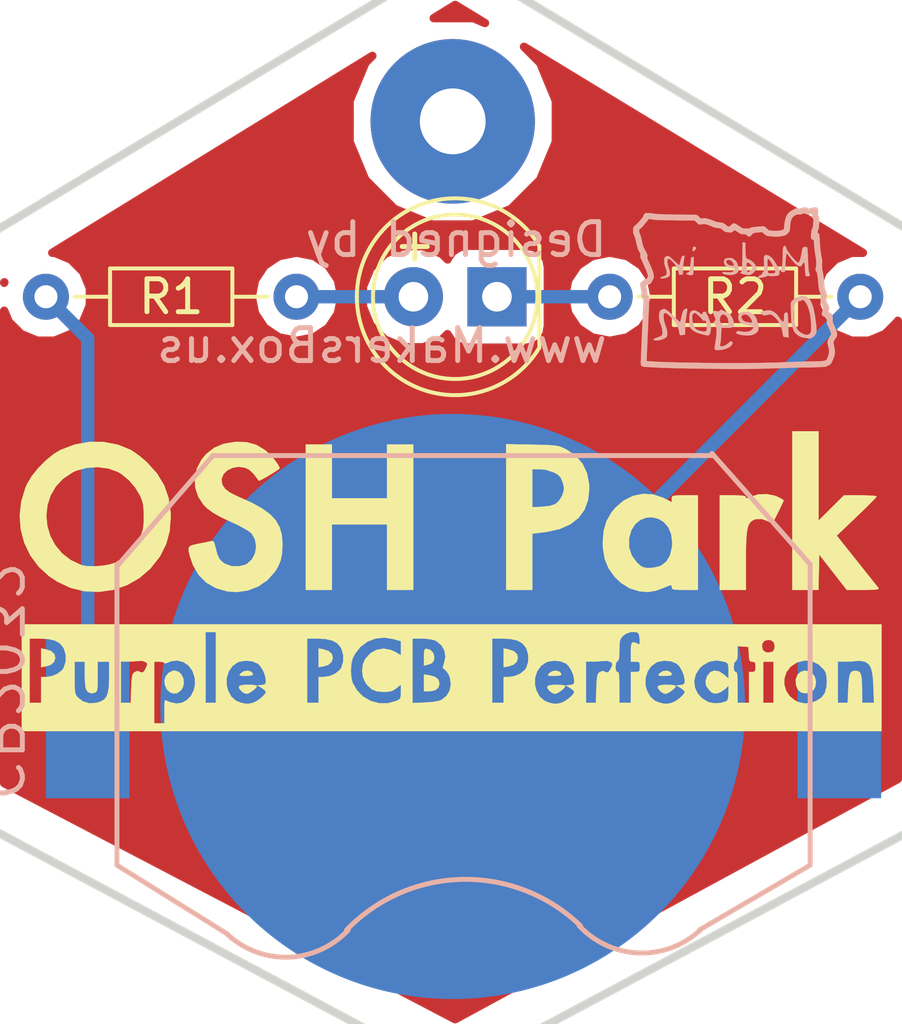
<source format=kicad_pcb>
(kicad_pcb (version 4) (host pcbnew 4.0.6+dfsg1-1)

  (general
    (links 5)
    (no_connects 1)
    (area 67.177145 77.31 128.462855 145.875)
    (thickness 1.6)
    (drawings 16)
    (tracks 6)
    (zones 0)
    (modules 8)
    (nets 5)
  )

  (page USLetter)
  (title_block
    (title "OSH Park Badge")
    (company www.MakersBox.us)
    (comment 1 "K. Olsen")
  )

  (layers
    (0 F.Cu signal)
    (31 B.Cu signal hide)
    (34 B.Paste user hide)
    (35 F.Paste user)
    (36 B.SilkS user hide)
    (37 F.SilkS user)
    (38 B.Mask user hide)
    (39 F.Mask user)
    (40 Dwgs.User user hide)
    (44 Edge.Cuts user hide)
  )

  (setup
    (last_trace_width 0.1524)
    (user_trace_width 0.254)
    (user_trace_width 0.3048)
    (user_trace_width 0.4064)
    (user_trace_width 0.6096)
    (user_trace_width 2.032)
    (trace_clearance 0.1524)
    (zone_clearance 0.508)
    (zone_45_only no)
    (trace_min 0.1524)
    (segment_width 0.254)
    (edge_width 0.254)
    (via_size 0.6858)
    (via_drill 0.3302)
    (via_min_size 0.6858)
    (via_min_drill 0.3302)
    (user_via 1 0.5)
    (uvia_size 0.762)
    (uvia_drill 0.508)
    (uvias_allowed no)
    (uvia_min_size 0.508)
    (uvia_min_drill 0.127)
    (pcb_text_width 0.3)
    (pcb_text_size 1.5 1.5)
    (mod_edge_width 0.15)
    (mod_text_size 1 1)
    (mod_text_width 0.15)
    (pad_size 1.8 1.8)
    (pad_drill 0.9)
    (pad_to_mask_clearance 0)
    (aux_axis_origin 0 0)
    (grid_origin 210.82 95.25)
    (visible_elements 7FFC7BFF)
    (pcbplotparams
      (layerselection 0x010f0_80000001)
      (usegerberextensions true)
      (excludeedgelayer true)
      (linewidth 0.100000)
      (plotframeref false)
      (viasonmask false)
      (mode 1)
      (useauxorigin false)
      (hpglpennumber 1)
      (hpglpenspeed 20)
      (hpglpendiameter 15)
      (hpglpenoverlay 2)
      (psnegative false)
      (psa4output false)
      (plotreference true)
      (plotvalue true)
      (plotinvisibletext false)
      (padsonsilk false)
      (subtractmaskfromsilk false)
      (outputformat 1)
      (mirror false)
      (drillshape 0)
      (scaleselection 1)
      (outputdirectory gerbers/))
  )

  (net 0 "")
  (net 1 "Net-(D1-Pad1)")
  (net 2 "Net-(BT1-Pad2)")
  (net 3 "Net-(BT1-Pad1)")
  (net 4 "Net-(D1-Pad2)")

  (net_class Default "This is the default net class."
    (clearance 0.1524)
    (trace_width 0.1524)
    (via_dia 0.6858)
    (via_drill 0.3302)
    (uvia_dia 0.762)
    (uvia_drill 0.508)
    (add_net "Net-(BT1-Pad1)")
    (add_net "Net-(BT1-Pad2)")
    (add_net "Net-(D1-Pad1)")
    (add_net "Net-(D1-Pad2)")
  )

  (module Pin_Headers:Pin_Header_Straight_1x01 (layer F.Cu) (tedit 5ADA5840) (tstamp 5860AB5B)
    (at 99.822 88.265)
    (descr "Through hole pin header")
    (tags "pin header")
    (path /5860AE9A)
    (fp_text reference P1 (at -0.6 -0.5) (layer F.SilkS) hide
      (effects (font (size 0.127 0.127) (thickness 0.03175)))
    )
    (fp_text value CONN_01X01 (at 0 0.9) (layer F.Fab)
      (effects (font (size 0.127 0.127) (thickness 0.03175)))
    )
    (pad "" thru_hole circle (at 0.18 -0.25) (size 5 5) (drill 2) (layers *.Cu B.Mask))
  )

  (module myFootPrints:MadeInOregonRev25 (layer F.Cu) (tedit 0) (tstamp 59A333B2)
    (at 108.585 93.091)
    (fp_text reference VAL (at 0 0) (layer F.SilkS) hide
      (effects (font (size 1.143 1.143) (thickness 0.1778)))
    )
    (fp_text value MadeInOregonRev25 (at 0 0) (layer F.SilkS) hide
      (effects (font (size 1.143 1.143) (thickness 0.1778)))
    )
    (fp_poly (pts (xy -3.09626 -1.76022) (xy -3.09626 -1.72212) (xy -3.09372 -1.69672) (xy -3.09118 -1.67386)
      (xy -3.0861 -1.65608) (xy -3.07594 -1.63576) (xy -3.0734 -1.62814) (xy -3.0607 -1.6002)
      (xy -3.05054 -1.5748) (xy -3.04038 -1.54432) (xy -3.03022 -1.50876) (xy -3.02006 -1.46304)
      (xy -3.00736 -1.4097) (xy -3.00228 -1.39192) (xy -2.98704 -1.31826) (xy -2.96926 -1.2573)
      (xy -2.95402 -1.20396) (xy -2.9337 -1.15824) (xy -2.91338 -1.1176) (xy -2.91338 -1.74752)
      (xy -2.91338 -1.76276) (xy -2.91084 -1.77546) (xy -2.90322 -1.78816) (xy -2.89052 -1.8034)
      (xy -2.86766 -1.82118) (xy -2.8575 -1.83134) (xy -2.82956 -1.8542) (xy -2.80416 -1.8796)
      (xy -2.78638 -1.90246) (xy -2.77876 -1.91008) (xy -2.76606 -1.92786) (xy -2.74574 -1.95326)
      (xy -2.72034 -1.98374) (xy -2.69494 -2.01422) (xy -2.6924 -2.01676) (xy -2.66954 -2.0447)
      (xy -2.64922 -2.0701) (xy -2.63652 -2.08788) (xy -2.6289 -2.09804) (xy -2.6289 -2.10058)
      (xy -2.62382 -2.10566) (xy -2.60604 -2.10566) (xy -2.58064 -2.10566) (xy -2.55016 -2.10058)
      (xy -2.51968 -2.0955) (xy -2.50952 -2.09296) (xy -2.49682 -2.09042) (xy -2.48412 -2.08534)
      (xy -2.46888 -2.08534) (xy -2.4511 -2.0828) (xy -2.4257 -2.08026) (xy -2.39268 -2.07772)
      (xy -2.35458 -2.07772) (xy -2.30632 -2.07518) (xy -2.2479 -2.07518) (xy -2.17678 -2.07264)
      (xy -2.09296 -2.0701) (xy -2.03962 -2.0701) (xy -1.95326 -2.06756) (xy -1.8669 -2.06756)
      (xy -1.78054 -2.06502) (xy -1.69672 -2.06502) (xy -1.61798 -2.06248) (xy -1.54686 -2.06248)
      (xy -1.48336 -2.06248) (xy -1.4351 -2.06248) (xy -1.4224 -2.06248) (xy -1.22936 -2.06248)
      (xy -1.1684 -2.00152) (xy -1.10744 -1.9431) (xy -1.0668 -1.9431) (xy -1.03886 -1.9431)
      (xy -1.0033 -1.94564) (xy -0.97536 -1.95072) (xy -0.94234 -1.95326) (xy -0.91186 -1.95072)
      (xy -0.87884 -1.94564) (xy -0.8382 -1.93548) (xy -0.79248 -1.9177) (xy -0.7366 -1.89484)
      (xy -0.72136 -1.88976) (xy -0.67818 -1.86944) (xy -0.64516 -1.85674) (xy -0.61722 -1.84912)
      (xy -0.59182 -1.84404) (xy -0.56388 -1.83896) (xy -0.5461 -1.83642) (xy -0.50038 -1.83134)
      (xy -0.46482 -1.82626) (xy -0.43688 -1.81864) (xy -0.41656 -1.80848) (xy -0.39624 -1.79578)
      (xy -0.37592 -1.77546) (xy -0.37338 -1.77292) (xy -0.35052 -1.7526) (xy -0.32512 -1.73482)
      (xy -0.30734 -1.72212) (xy -0.30734 -1.72212) (xy -0.28702 -1.71704) (xy -0.25654 -1.71196)
      (xy -0.22098 -1.70434) (xy -0.18288 -1.7018) (xy -0.14986 -1.69672) (xy -0.12446 -1.69672)
      (xy -0.10922 -1.69926) (xy -0.09652 -1.70688) (xy -0.07366 -1.71958) (xy -0.05334 -1.73736)
      (xy -0.03048 -1.75768) (xy -0.01524 -1.7653) (xy -0.00508 -1.76784) (xy 0 -1.7653)
      (xy 0.01016 -1.75768) (xy 0.03048 -1.74498) (xy 0.05842 -1.7272) (xy 0.0889 -1.70688)
      (xy 0.09652 -1.7018) (xy 0.18288 -1.64846) (xy 0.25908 -1.64592) (xy 0.29464 -1.64338)
      (xy 0.3175 -1.64084) (xy 0.3302 -1.6383) (xy 0.34036 -1.63322) (xy 0.34544 -1.6256)
      (xy 0.34798 -1.62052) (xy 0.3683 -1.59766) (xy 0.39624 -1.58242) (xy 0.42672 -1.5748)
      (xy 0.4318 -1.5748) (xy 0.45974 -1.58242) (xy 0.48768 -1.6002) (xy 0.51562 -1.63068)
      (xy 0.52578 -1.64338) (xy 0.53848 -1.65608) (xy 0.5461 -1.66624) (xy 0.55626 -1.67386)
      (xy 0.56896 -1.68148) (xy 0.58928 -1.68402) (xy 0.61468 -1.6891) (xy 0.65278 -1.69418)
      (xy 0.70104 -1.69672) (xy 0.71628 -1.69926) (xy 0.8255 -1.70942) (xy 0.85598 -1.68148)
      (xy 0.89154 -1.64846) (xy 0.9271 -1.62306) (xy 0.95758 -1.60274) (xy 0.96774 -1.59766)
      (xy 0.9906 -1.59258) (xy 1.02362 -1.5875) (xy 1.0668 -1.58242) (xy 1.11252 -1.57734)
      (xy 1.16332 -1.57226) (xy 1.21158 -1.56972) (xy 1.2573 -1.56972) (xy 1.25984 -1.56972)
      (xy 1.3081 -1.56972) (xy 1.35128 -1.5748) (xy 1.39446 -1.57988) (xy 1.44272 -1.59004)
      (xy 1.48844 -1.6002) (xy 1.52146 -1.61036) (xy 1.54686 -1.62306) (xy 1.56972 -1.63576)
      (xy 1.59258 -1.65608) (xy 1.61798 -1.68148) (xy 1.63576 -1.7018) (xy 1.651 -1.72212)
      (xy 1.65862 -1.74498) (xy 1.66624 -1.77292) (xy 1.67386 -1.80848) (xy 1.6764 -1.85166)
      (xy 1.68148 -1.90246) (xy 1.6891 -1.9812) (xy 1.7018 -2.04978) (xy 1.72212 -2.10566)
      (xy 1.74752 -2.15138) (xy 1.75006 -2.15646) (xy 1.77546 -2.18186) (xy 1.81356 -2.2098)
      (xy 1.82626 -2.21742) (xy 1.8542 -2.23012) (xy 1.87706 -2.24028) (xy 1.89484 -2.24282)
      (xy 1.9177 -2.24282) (xy 1.92024 -2.24282) (xy 1.95834 -2.24282) (xy 2.00152 -2.25044)
      (xy 2.032 -2.25806) (xy 2.0701 -2.27076) (xy 2.09804 -2.27584) (xy 2.11582 -2.27838)
      (xy 2.13106 -2.2733) (xy 2.1463 -2.26822) (xy 2.15392 -2.26314) (xy 2.1844 -2.2479)
      (xy 2.22758 -2.24282) (xy 2.27584 -2.2479) (xy 2.29108 -2.25298) (xy 2.31394 -2.25806)
      (xy 2.33426 -2.26314) (xy 2.34188 -2.26314) (xy 2.34188 -2.25806) (xy 2.34442 -2.23774)
      (xy 2.34442 -2.21488) (xy 2.34442 -2.21234) (xy 2.34442 -2.1844) (xy 2.34696 -2.16408)
      (xy 2.35204 -2.1463) (xy 2.36474 -2.12852) (xy 2.3876 -2.0955) (xy 2.37998 -1.97612)
      (xy 2.37744 -1.9304) (xy 2.37236 -1.89738) (xy 2.36982 -1.87198) (xy 2.36474 -1.8542)
      (xy 2.35966 -1.83896) (xy 2.35204 -1.82372) (xy 2.34696 -1.8161) (xy 2.33172 -1.78562)
      (xy 2.3241 -1.75768) (xy 2.3241 -1.73736) (xy 2.32156 -1.70942) (xy 2.31902 -1.68656)
      (xy 2.31648 -1.67894) (xy 2.31394 -1.66116) (xy 2.30886 -1.63576) (xy 2.30886 -1.60274)
      (xy 2.30886 -1.59004) (xy 2.30886 -1.55702) (xy 2.30886 -1.5367) (xy 2.31394 -1.52146)
      (xy 2.32156 -1.5113) (xy 2.33172 -1.4986) (xy 2.33426 -1.49606) (xy 2.35458 -1.48082)
      (xy 2.3749 -1.4732) (xy 2.37744 -1.47066) (xy 2.3876 -1.47066) (xy 2.39268 -1.46558)
      (xy 2.39776 -1.45034) (xy 2.4003 -1.42494) (xy 2.40284 -1.39192) (xy 2.40538 -1.35382)
      (xy 2.40538 -1.33096) (xy 2.40792 -1.28778) (xy 2.413 -1.2319) (xy 2.42062 -1.16078)
      (xy 2.43332 -1.07442) (xy 2.4511 -0.97536) (xy 2.4511 -0.96774) (xy 2.45872 -0.92456)
      (xy 2.4638 -0.88392) (xy 2.46888 -0.85344) (xy 2.47142 -0.83058) (xy 2.47396 -0.82296)
      (xy 2.47396 -0.81026) (xy 2.47142 -0.7874) (xy 2.47142 -0.75692) (xy 2.46888 -0.72644)
      (xy 2.46888 -0.69342) (xy 2.46634 -0.66294) (xy 2.4638 -0.64262) (xy 2.46126 -0.635)
      (xy 2.4511 -0.6096) (xy 2.44856 -0.57912) (xy 2.4511 -0.54864) (xy 2.46126 -0.52324)
      (xy 2.4765 -0.51054) (xy 2.48412 -0.49784) (xy 2.49174 -0.47244) (xy 2.5019 -0.4318)
      (xy 2.50952 -0.37592) (xy 2.51968 -0.30734) (xy 2.5273 -0.2286) (xy 2.53238 -0.16764)
      (xy 2.53746 -0.1143) (xy 2.54254 -0.0635) (xy 2.54762 -0.02032) (xy 2.5527 0.01524)
      (xy 2.55524 0.04064) (xy 2.55778 0.05334) (xy 2.56794 0.07366) (xy 2.5781 0.1016)
      (xy 2.58826 0.127) (xy 2.59588 0.14732) (xy 2.6035 0.16256) (xy 2.60604 0.18034)
      (xy 2.60858 0.20066) (xy 2.60858 0.22606) (xy 2.60604 0.25908) (xy 2.6035 0.3048)
      (xy 2.6035 0.32512) (xy 2.60096 0.37084) (xy 2.60096 0.4064) (xy 2.60604 0.43434)
      (xy 2.61366 0.45974) (xy 2.62636 0.48768) (xy 2.64668 0.5207) (xy 2.66446 0.5588)
      (xy 2.67462 0.58674) (xy 2.6797 0.61468) (xy 2.67462 0.64262) (xy 2.66446 0.68072)
      (xy 2.65938 0.69088) (xy 2.64668 0.72898) (xy 2.63906 0.75946) (xy 2.63906 0.77978)
      (xy 2.6416 0.79756) (xy 2.64922 0.8128) (xy 2.64922 0.81534) (xy 2.66446 0.83058)
      (xy 2.68986 0.84836) (xy 2.72034 0.86614) (xy 2.75336 0.87884) (xy 2.77368 0.88646)
      (xy 2.794 0.89154) (xy 2.794 0.98044) (xy 2.794 1.07188) (xy 2.82448 1.13538)
      (xy 2.8575 1.20396) (xy 2.8829 1.26238) (xy 2.90322 1.31064) (xy 2.91592 1.3462)
      (xy 2.921 1.36652) (xy 2.92354 1.3843) (xy 2.92354 1.39954) (xy 2.91592 1.41478)
      (xy 2.90068 1.4351) (xy 2.90068 1.43764) (xy 2.87274 1.47828) (xy 2.84988 1.51638)
      (xy 2.8321 1.5621) (xy 2.82448 1.59004) (xy 2.80924 1.64338) (xy 2.8321 1.74244)
      (xy 2.84734 1.80848) (xy 2.85496 1.86182) (xy 2.86004 1.90754) (xy 2.86004 1.94818)
      (xy 2.85242 1.98628) (xy 2.84226 2.02438) (xy 2.84226 2.02438) (xy 2.82702 2.06756)
      (xy 2.81432 2.10566) (xy 2.79908 2.13868) (xy 2.78892 2.16154) (xy 2.77876 2.1717)
      (xy 2.77876 2.17424) (xy 2.7686 2.17678) (xy 2.74828 2.1844) (xy 2.74066 2.18948)
      (xy 2.7178 2.1971) (xy 2.68224 2.20472) (xy 2.63398 2.2098) (xy 2.57302 2.21234)
      (xy 2.49682 2.21488) (xy 2.40792 2.21742) (xy 2.30632 2.21742) (xy 2.29616 2.21742)
      (xy 2.24028 2.21996) (xy 2.17424 2.21996) (xy 2.10058 2.2225) (xy 2.02184 2.2225)
      (xy 1.9431 2.22504) (xy 1.86944 2.23012) (xy 1.84912 2.23012) (xy 1.6129 2.23774)
      (xy 1.38684 2.2479) (xy 1.16332 2.25298) (xy 0.9398 2.25806) (xy 0.71882 2.26314)
      (xy 0.4953 2.26568) (xy 0.26924 2.26822) (xy 0.03556 2.26822) (xy -0.2032 2.26822)
      (xy -0.45466 2.26822) (xy -0.71628 2.26568) (xy -0.84836 2.26314) (xy -1.03378 2.2606)
      (xy -1.20396 2.25806) (xy -1.36144 2.25552) (xy -1.50622 2.25298) (xy -1.64084 2.25044)
      (xy -1.7653 2.2479) (xy -1.88214 2.24536) (xy -1.98882 2.24282) (xy -2.08788 2.23774)
      (xy -2.17932 2.2352) (xy -2.26822 2.23266) (xy -2.35204 2.22758) (xy -2.39776 2.22504)
      (xy -2.46126 2.2225) (xy -2.51968 2.21742) (xy -2.57302 2.21488) (xy -2.61874 2.21234)
      (xy -2.65176 2.2098) (xy -2.67462 2.2098) (xy -2.68732 2.2098) (xy -2.68732 2.2098)
      (xy -2.68732 2.20218) (xy -2.68478 2.17932) (xy -2.68478 2.1463) (xy -2.68224 2.09804)
      (xy -2.6797 2.03962) (xy -2.67716 1.97104) (xy -2.67208 1.8923) (xy -2.66954 1.80594)
      (xy -2.66446 1.70942) (xy -2.65938 1.60782) (xy -2.65684 1.50114) (xy -2.65176 1.38684)
      (xy -2.64414 1.27) (xy -2.64414 1.25476) (xy -2.63906 1.11506) (xy -2.63398 0.98806)
      (xy -2.6289 0.87376) (xy -2.62382 0.77216) (xy -2.61874 0.68326) (xy -2.6162 0.60452)
      (xy -2.61366 0.53848) (xy -2.61112 0.47752) (xy -2.61112 0.42926) (xy -2.61112 0.38608)
      (xy -2.61112 0.35306) (xy -2.61112 0.32258) (xy -2.61112 0.29972) (xy -2.61366 0.28194)
      (xy -2.6162 0.2667) (xy -2.61874 0.25654) (xy -2.62128 0.24638) (xy -2.62636 0.23876)
      (xy -2.63144 0.23368) (xy -2.63652 0.22606) (xy -2.6416 0.21844) (xy -2.6543 0.2032)
      (xy -2.66192 0.18796) (xy -2.66446 0.17272) (xy -2.66192 0.14732) (xy -2.66192 0.13716)
      (xy -2.66192 0.1016) (xy -2.66446 0.06858) (xy -2.67462 0.02794) (xy -2.67462 0.0254)
      (xy -2.68732 -0.01778) (xy -2.69494 -0.04826) (xy -2.69748 -0.07112) (xy -2.69748 -0.08382)
      (xy -2.69494 -0.09398) (xy -2.68732 -0.09906) (xy -2.68732 -0.1016) (xy -2.66954 -0.10668)
      (xy -2.64668 -0.1143) (xy -2.63652 -0.1143) (xy -2.60858 -0.12192) (xy -2.58572 -0.13208)
      (xy -2.5654 -0.14732) (xy -2.54762 -0.17018) (xy -2.52476 -0.20574) (xy -2.50698 -0.2413)
      (xy -2.4638 -0.3302) (xy -2.47142 -0.40894) (xy -2.4765 -0.43942) (xy -2.48158 -0.46736)
      (xy -2.4892 -0.49276) (xy -2.49682 -0.5207) (xy -2.50952 -0.55626) (xy -2.52984 -0.59944)
      (xy -2.53492 -0.61214) (xy -2.55524 -0.66294) (xy -2.5781 -0.71374) (xy -2.60096 -0.76708)
      (xy -2.62128 -0.8128) (xy -2.63144 -0.83058) (xy -2.64668 -0.86868) (xy -2.65938 -0.89662)
      (xy -2.667 -0.91694) (xy -2.66954 -0.92964) (xy -2.667 -0.9398) (xy -2.667 -0.94996)
      (xy -2.65938 -0.97536) (xy -2.65938 -1.00584) (xy -2.66954 -1.03886) (xy -2.68732 -1.0795)
      (xy -2.71272 -1.12776) (xy -2.71526 -1.1303) (xy -2.73812 -1.17094) (xy -2.75844 -1.2065)
      (xy -2.77368 -1.23698) (xy -2.78384 -1.26746) (xy -2.79654 -1.30048) (xy -2.8067 -1.34112)
      (xy -2.81686 -1.38684) (xy -2.82702 -1.43256) (xy -2.84226 -1.49606) (xy -2.85496 -1.54686)
      (xy -2.86512 -1.5875) (xy -2.87528 -1.62052) (xy -2.88544 -1.64846) (xy -2.89306 -1.67132)
      (xy -2.90068 -1.68148) (xy -2.9083 -1.70942) (xy -2.91338 -1.7399) (xy -2.91338 -1.74752)
      (xy -2.91338 -1.1176) (xy -2.91084 -1.11506) (xy -2.90576 -1.09982) (xy -2.88798 -1.07188)
      (xy -2.87782 -1.04902) (xy -2.87274 -1.03632) (xy -2.87274 -1.02616) (xy -2.87782 -1.016)
      (xy -2.88036 -0.99822) (xy -2.8829 -0.98044) (xy -2.87782 -0.95758) (xy -2.8702 -0.92964)
      (xy -2.85496 -0.89408) (xy -2.83464 -0.84582) (xy -2.8194 -0.81534) (xy -2.78384 -0.73406)
      (xy -2.74828 -0.65786) (xy -2.72034 -0.58928) (xy -2.69494 -0.52832) (xy -2.67462 -0.47752)
      (xy -2.66192 -0.43688) (xy -2.6543 -0.40894) (xy -2.6543 -0.4064) (xy -2.64922 -0.37846)
      (xy -2.65176 -0.36068) (xy -2.65684 -0.34036) (xy -2.66446 -0.32766) (xy -2.67462 -0.30734)
      (xy -2.68732 -0.29464) (xy -2.70256 -0.28702) (xy -2.72542 -0.28194) (xy -2.73812 -0.2794)
      (xy -2.75336 -0.27686) (xy -2.77114 -0.2667) (xy -2.78892 -0.25146) (xy -2.81686 -0.22606)
      (xy -2.82448 -0.2159) (xy -2.84988 -0.1905) (xy -2.86766 -0.17272) (xy -2.87782 -0.16002)
      (xy -2.8829 -0.14732) (xy -2.8829 -0.13208) (xy -2.8829 -0.12192) (xy -2.88036 -0.06858)
      (xy -2.86766 -0.00762) (xy -2.85242 0.05588) (xy -2.8448 0.08382) (xy -2.84226 0.10668)
      (xy -2.84226 0.12954) (xy -2.8448 0.16002) (xy -2.84734 0.1651) (xy -2.84988 0.19812)
      (xy -2.84988 0.22606) (xy -2.84226 0.24892) (xy -2.82448 0.27686) (xy -2.8067 0.29972)
      (xy -2.78384 0.32766) (xy -2.82702 1.3081) (xy -2.8321 1.42748) (xy -2.83718 1.54432)
      (xy -2.84226 1.65608) (xy -2.84734 1.76276) (xy -2.84988 1.86182) (xy -2.85496 1.95326)
      (xy -2.8575 2.03708) (xy -2.86004 2.11074) (xy -2.86258 2.17424) (xy -2.86512 2.22758)
      (xy -2.86512 2.26822) (xy -2.86512 2.29616) (xy -2.86512 2.3114) (xy -2.86512 2.3114)
      (xy -2.85496 2.3368) (xy -2.83464 2.35966) (xy -2.81178 2.3749) (xy -2.8067 2.37744)
      (xy -2.794 2.37998) (xy -2.76606 2.38252) (xy -2.72796 2.38506) (xy -2.6797 2.39014)
      (xy -2.62128 2.39268) (xy -2.55778 2.39776) (xy -2.48412 2.4003) (xy -2.40792 2.40538)
      (xy -2.32664 2.40792) (xy -2.24536 2.413) (xy -2.16154 2.41554) (xy -2.08026 2.41808)
      (xy -1.99898 2.42062) (xy -1.92278 2.42316) (xy -1.85166 2.4257) (xy -1.80848 2.42824)
      (xy -1.74752 2.42824) (xy -1.67386 2.43078) (xy -1.59004 2.43078) (xy -1.4986 2.43332)
      (xy -1.397 2.43586) (xy -1.29032 2.43586) (xy -1.1811 2.4384) (xy -1.0668 2.4384)
      (xy -0.95504 2.44094) (xy -0.84582 2.44348) (xy -0.80264 2.44348) (xy -0.70104 2.44348)
      (xy -0.59944 2.44602) (xy -0.50038 2.44602) (xy -0.40386 2.44856) (xy -0.31496 2.44856)
      (xy -0.23114 2.44856) (xy -0.15748 2.4511) (xy -0.09398 2.4511) (xy -0.04064 2.4511)
      (xy 0 2.4511) (xy 0.02286 2.4511) (xy 0.05842 2.4511) (xy 0.10922 2.4511)
      (xy 0.17018 2.4511) (xy 0.2413 2.4511) (xy 0.3175 2.4511) (xy 0.39878 2.44856)
      (xy 0.4826 2.44856) (xy 0.56642 2.44602) (xy 0.60198 2.44602) (xy 0.75692 2.44348)
      (xy 0.90678 2.4384) (xy 1.0541 2.43586) (xy 1.1938 2.43078) (xy 1.32588 2.42824)
      (xy 1.45034 2.42316) (xy 1.56464 2.42062) (xy 1.66624 2.41808) (xy 1.7526 2.413)
      (xy 1.77038 2.413) (xy 1.82626 2.41046) (xy 1.8923 2.40792) (xy 1.96342 2.40792)
      (xy 2.03454 2.40538) (xy 2.10312 2.40538) (xy 2.12852 2.40538) (xy 2.19456 2.40538)
      (xy 2.26822 2.40284) (xy 2.3495 2.40284) (xy 2.42824 2.39776) (xy 2.50444 2.39522)
      (xy 2.54254 2.39522) (xy 2.75844 2.38252) (xy 2.82956 2.3495) (xy 2.86258 2.33172)
      (xy 2.88798 2.31902) (xy 2.90576 2.30632) (xy 2.91084 2.30124) (xy 2.92608 2.28092)
      (xy 2.94132 2.25044) (xy 2.96164 2.2098) (xy 2.97942 2.16662) (xy 2.9972 2.12344)
      (xy 3.01244 2.08534) (xy 3.02514 2.0447) (xy 3.03276 2.01168) (xy 3.03784 1.98628)
      (xy 3.04038 1.9558) (xy 3.04038 1.93548) (xy 3.0353 1.86182) (xy 3.0226 1.778)
      (xy 3.00736 1.70434) (xy 2.99974 1.66878) (xy 2.99974 1.64084) (xy 3.00736 1.61036)
      (xy 3.0226 1.57734) (xy 3.04546 1.53924) (xy 3.0607 1.52146) (xy 3.08356 1.4859)
      (xy 3.0988 1.4605) (xy 3.10642 1.4351) (xy 3.10896 1.4097) (xy 3.10642 1.37668)
      (xy 3.0988 1.33858) (xy 3.09118 1.3081) (xy 3.07848 1.26746) (xy 3.0607 1.22174)
      (xy 3.04038 1.1684) (xy 3.01498 1.1176) (xy 2.99466 1.07442) (xy 2.98704 1.05664)
      (xy 2.97942 1.0414) (xy 2.97688 1.02362) (xy 2.97434 1.0033) (xy 2.97434 0.97282)
      (xy 2.97434 0.93218) (xy 2.97434 0.9271) (xy 2.9718 0.87884) (xy 2.96926 0.8382)
      (xy 2.96418 0.81026) (xy 2.95148 0.7874) (xy 2.9337 0.76708) (xy 2.90576 0.7493)
      (xy 2.86766 0.72898) (xy 2.84734 0.71882) (xy 2.84734 0.7112) (xy 2.84988 0.69342)
      (xy 2.85496 0.66802) (xy 2.8575 0.6604) (xy 2.86258 0.61468) (xy 2.86258 0.5842)
      (xy 2.86258 0.57658) (xy 2.84988 0.5334) (xy 2.82956 0.48768) (xy 2.8067 0.44196)
      (xy 2.79908 0.42926) (xy 2.79146 0.41656) (xy 2.78638 0.40386) (xy 2.7813 0.38862)
      (xy 2.7813 0.37084) (xy 2.7813 0.34798) (xy 2.7813 0.3175) (xy 2.78638 0.27432)
      (xy 2.79146 0.22098) (xy 2.79146 0.21844) (xy 2.79146 0.19304) (xy 2.79146 0.16764)
      (xy 2.78384 0.1397) (xy 2.77622 0.11176) (xy 2.76352 0.07874) (xy 2.75336 0.04826)
      (xy 2.7432 0.0254) (xy 2.74066 0.02032) (xy 2.73558 0.00762) (xy 2.7305 -0.0127)
      (xy 2.72796 -0.04064) (xy 2.72288 -0.07874) (xy 2.7178 -0.12954) (xy 2.71272 -0.1905)
      (xy 2.7051 -0.25908) (xy 2.69748 -0.32512) (xy 2.68986 -0.38862) (xy 2.6797 -0.44958)
      (xy 2.67208 -0.50292) (xy 2.66446 -0.5461) (xy 2.6543 -0.57658) (xy 2.65176 -0.58674)
      (xy 2.65176 -0.60452) (xy 2.6543 -0.6223) (xy 2.65684 -0.6477) (xy 2.65176 -0.68326)
      (xy 2.65176 -0.68326) (xy 2.64668 -0.71628) (xy 2.64922 -0.75184) (xy 2.65176 -0.76962)
      (xy 2.6543 -0.79248) (xy 2.65684 -0.8128) (xy 2.6543 -0.83566) (xy 2.65176 -0.8636)
      (xy 2.64414 -0.90424) (xy 2.6416 -0.91948) (xy 2.62382 -1.01346) (xy 2.61112 -1.09982)
      (xy 2.60096 -1.1811) (xy 2.59334 -1.26238) (xy 2.58572 -1.35128) (xy 2.58064 -1.42748)
      (xy 2.5781 -1.49352) (xy 2.57302 -1.54432) (xy 2.57048 -1.58496) (xy 2.5654 -1.61544)
      (xy 2.56286 -1.6383) (xy 2.55524 -1.65608) (xy 2.54762 -1.66878) (xy 2.53746 -1.6764)
      (xy 2.52984 -1.68402) (xy 2.51714 -1.69418) (xy 2.51206 -1.70688) (xy 2.5146 -1.72466)
      (xy 2.52222 -1.75006) (xy 2.53238 -1.77546) (xy 2.53238 -1.77546) (xy 2.54 -1.78816)
      (xy 2.54254 -1.79832) (xy 2.54762 -1.81102) (xy 2.55016 -1.8288) (xy 2.5527 -1.85166)
      (xy 2.55524 -1.88214) (xy 2.55778 -1.92532) (xy 2.56286 -1.97866) (xy 2.56286 -2.0066)
      (xy 2.57302 -2.159) (xy 2.54762 -2.18948) (xy 2.52222 -2.21996) (xy 2.52984 -2.29616)
      (xy 2.53238 -2.34442) (xy 2.53238 -2.37998) (xy 2.52984 -2.40538) (xy 2.51968 -2.4257)
      (xy 2.50698 -2.44094) (xy 2.50444 -2.44348) (xy 2.4892 -2.45618) (xy 2.47142 -2.46126)
      (xy 2.44856 -2.4638) (xy 2.42062 -2.4638) (xy 2.38252 -2.45618) (xy 2.33172 -2.44602)
      (xy 2.32664 -2.44348) (xy 2.2352 -2.42316) (xy 2.19964 -2.44348) (xy 2.17424 -2.45618)
      (xy 2.15138 -2.4638) (xy 2.12344 -2.4638) (xy 2.09296 -2.45872) (xy 2.04978 -2.4511)
      (xy 2.0193 -2.44348) (xy 1.98374 -2.43332) (xy 1.9558 -2.4257) (xy 1.93802 -2.42316)
      (xy 1.92024 -2.4257) (xy 1.90754 -2.42824) (xy 1.88722 -2.43078) (xy 1.86944 -2.43078)
      (xy 1.84912 -2.42824) (xy 1.82372 -2.41808) (xy 1.79324 -2.40284) (xy 1.76022 -2.38506)
      (xy 1.71958 -2.3622) (xy 1.6891 -2.34442) (xy 1.66624 -2.32664) (xy 1.64846 -2.3114)
      (xy 1.63068 -2.29362) (xy 1.6129 -2.27076) (xy 1.59258 -2.2479) (xy 1.57734 -2.22504)
      (xy 1.56718 -2.20472) (xy 1.55702 -2.17932) (xy 1.54432 -2.1463) (xy 1.53162 -2.10312)
      (xy 1.52908 -2.09296) (xy 1.51638 -2.0447) (xy 1.50876 -2.00406) (xy 1.50368 -1.96596)
      (xy 1.4986 -1.92278) (xy 1.4986 -1.90754) (xy 1.49606 -1.86182) (xy 1.49352 -1.8288)
      (xy 1.4859 -1.80594) (xy 1.4732 -1.7907) (xy 1.45288 -1.778) (xy 1.4224 -1.77038)
      (xy 1.39446 -1.76276) (xy 1.3335 -1.7526) (xy 1.26238 -1.74752) (xy 1.18364 -1.75006)
      (xy 1.10998 -1.75768) (xy 1.03124 -1.7653) (xy 0.9652 -1.82372) (xy 0.9398 -1.84912)
      (xy 0.9144 -1.8669) (xy 0.89408 -1.88214) (xy 0.88392 -1.88722) (xy 0.86868 -1.88722)
      (xy 0.84328 -1.88722) (xy 0.80518 -1.88722) (xy 0.762 -1.88214) (xy 0.7112 -1.8796)
      (xy 0.6604 -1.87452) (xy 0.6096 -1.86944) (xy 0.56642 -1.86436) (xy 0.52324 -1.85674)
      (xy 0.49276 -1.85166) (xy 0.47244 -1.8415) (xy 0.45974 -1.83642) (xy 0.44958 -1.8288)
      (xy 0.43942 -1.82372) (xy 0.42418 -1.82118) (xy 0.40386 -1.82118) (xy 0.37592 -1.82118)
      (xy 0.33782 -1.82118) (xy 0.23622 -1.82372) (xy 0.13208 -1.8923) (xy 0.09398 -1.9177)
      (xy 0.06096 -1.93802) (xy 0.03302 -1.9558) (xy 0.0127 -1.96596) (xy 0.00508 -1.97104)
      (xy -0.02286 -1.97866) (xy -0.04826 -1.97358) (xy -0.07874 -1.95834) (xy -0.1143 -1.92786)
      (xy -0.11684 -1.92532) (xy -0.1397 -1.905) (xy -0.15748 -1.8923) (xy -0.17272 -1.88468)
      (xy -0.18796 -1.88214) (xy -0.19304 -1.88214) (xy -0.21082 -1.88468) (xy -0.22352 -1.88722)
      (xy -0.2413 -1.89992) (xy -0.26162 -1.9177) (xy -0.27178 -1.92786) (xy -0.30226 -1.95326)
      (xy -0.33528 -1.97358) (xy -0.37338 -1.98882) (xy -0.41656 -1.99898) (xy -0.47244 -2.00914)
      (xy -0.50038 -2.01168) (xy -0.53848 -2.01676) (xy -0.56896 -2.02438) (xy -0.59944 -2.03454)
      (xy -0.635 -2.04724) (xy -0.66548 -2.05994) (xy -0.70866 -2.07772) (xy -0.75692 -2.0955)
      (xy -0.80264 -2.11074) (xy -0.83058 -2.11836) (xy -0.86868 -2.12598) (xy -0.89662 -2.1336)
      (xy -0.91948 -2.1336) (xy -0.94234 -2.1336) (xy -0.97282 -2.13106) (xy -1.03378 -2.12344)
      (xy -1.0922 -2.17678) (xy -1.12776 -2.2098) (xy -1.1557 -2.23012) (xy -1.17348 -2.2352)
      (xy -1.18618 -2.23774) (xy -1.21412 -2.23774) (xy -1.24968 -2.24028) (xy -1.2954 -2.24028)
      (xy -1.3462 -2.24028) (xy -1.40208 -2.24028) (xy -1.40462 -2.24028) (xy -1.48844 -2.24028)
      (xy -1.57734 -2.24282) (xy -1.66878 -2.24282) (xy -1.76022 -2.24282) (xy -1.85166 -2.24536)
      (xy -1.94056 -2.2479) (xy -2.02438 -2.2479) (xy -2.10566 -2.25044) (xy -2.18186 -2.25298)
      (xy -2.25044 -2.25552) (xy -2.30886 -2.25806) (xy -2.35966 -2.2606) (xy -2.39776 -2.26314)
      (xy -2.42316 -2.26568) (xy -2.43586 -2.26822) (xy -2.45364 -2.27076) (xy -2.48666 -2.27584)
      (xy -2.52476 -2.28092) (xy -2.5654 -2.28346) (xy -2.58572 -2.286) (xy -2.63144 -2.28854)
      (xy -2.66446 -2.29108) (xy -2.68732 -2.29108) (xy -2.7051 -2.29108) (xy -2.7178 -2.28854)
      (xy -2.72796 -2.28346) (xy -2.7305 -2.28092) (xy -2.7559 -2.2606) (xy -2.77876 -2.22758)
      (xy -2.78892 -2.19202) (xy -2.79654 -2.17678) (xy -2.81178 -2.15392) (xy -2.8321 -2.13106)
      (xy -2.83718 -2.12344) (xy -2.86258 -2.09296) (xy -2.88544 -2.06502) (xy -2.90576 -2.04216)
      (xy -2.9083 -2.03708) (xy -2.92354 -2.0193) (xy -2.94894 -1.9939) (xy -2.97688 -1.96596)
      (xy -3.00482 -1.93802) (xy -3.03276 -1.91262) (xy -3.05816 -1.88976) (xy -3.07594 -1.87198)
      (xy -3.0861 -1.85928) (xy -3.0861 -1.85928) (xy -3.09118 -1.8415) (xy -3.09626 -1.81102)
      (xy -3.09626 -1.77038) (xy -3.09626 -1.76022) (xy -3.09626 -1.76022)) (layer B.SilkS) (width 0.00254))
    (fp_poly (pts (xy -0.67056 0.70358) (xy -0.67056 0.72136) (xy -0.66802 0.72644) (xy -0.66548 0.74676)
      (xy -0.65532 0.7747) (xy -0.64262 0.80772) (xy -0.63246 0.83312) (xy -0.61468 0.8763)
      (xy -0.60198 0.90932) (xy -0.59436 0.93218) (xy -0.59182 0.94996) (xy -0.5969 0.9652)
      (xy -0.60198 0.9779) (xy -0.61722 0.99568) (xy -0.63246 1.01092) (xy -0.64516 1.02362)
      (xy -0.6477 1.03632) (xy -0.64262 1.05156) (xy -0.62484 1.07188) (xy -0.6223 1.07696)
      (xy -0.59944 1.10236) (xy -0.5842 1.12522) (xy -0.57404 1.14554) (xy -0.56896 1.17348)
      (xy -0.56388 1.2065) (xy -0.56134 1.24968) (xy -0.56134 1.26238) (xy -0.56134 1.31572)
      (xy -0.56134 1.36652) (xy -0.56642 1.41986) (xy -0.5715 1.47828) (xy -0.58166 1.54686)
      (xy -0.59182 1.62306) (xy -0.59944 1.66116) (xy -0.60706 1.71704) (xy -0.61468 1.76022)
      (xy -0.61722 1.79324) (xy -0.61976 1.8161) (xy -0.61722 1.83388) (xy -0.61468 1.84658)
      (xy -0.6096 1.85674) (xy -0.6096 1.85928) (xy -0.60198 1.8669) (xy -0.59436 1.86944)
      (xy -0.58166 1.87198) (xy -0.56134 1.87452) (xy -0.53086 1.87452) (xy -0.51308 1.87452)
      (xy -0.47752 1.87452) (xy -0.45974 1.87198) (xy -0.45974 0.94234) (xy -0.45212 0.89662)
      (xy -0.43688 0.85344) (xy -0.41402 0.81788) (xy -0.40894 0.81026) (xy -0.38354 0.79502)
      (xy -0.35306 0.79248) (xy -0.32258 0.8001) (xy -0.2921 0.81788) (xy -0.26162 0.84582)
      (xy -0.23622 0.87884) (xy -0.21844 0.91948) (xy -0.21336 0.92964) (xy -0.20828 0.9525)
      (xy -0.2032 0.98044) (xy -0.19812 1.01092) (xy -0.19304 1.0414) (xy -0.1905 1.06934)
      (xy -0.18796 1.08712) (xy -0.1905 1.09728) (xy -0.20066 1.09982) (xy -0.22098 1.1049)
      (xy -0.24892 1.10998) (xy -0.2794 1.11252) (xy -0.30734 1.11506) (xy -0.3302 1.1176)
      (xy -0.34036 1.1176) (xy -0.36322 1.10998) (xy -0.38862 1.09474) (xy -0.39878 1.08458)
      (xy -0.4191 1.06172) (xy -0.43688 1.03886) (xy -0.44196 1.02616) (xy -0.4572 0.98806)
      (xy -0.45974 0.94234) (xy -0.45974 1.87198) (xy -0.4445 1.87198) (xy -0.42164 1.87198)
      (xy -0.41148 1.86944) (xy -0.37338 1.86182) (xy -0.3302 1.85166) (xy -0.28448 1.83642)
      (xy -0.24384 1.82372) (xy -0.21336 1.80848) (xy -0.20828 1.80848) (xy -0.17018 1.78562)
      (xy -0.13462 1.75768) (xy -0.10414 1.7272) (xy -0.08382 1.69926) (xy -0.07112 1.67386)
      (xy -0.07112 1.651) (xy -0.07112 1.651) (xy -0.08382 1.63068) (xy -0.10414 1.6129)
      (xy -0.12446 1.60528) (xy -0.12446 1.60528) (xy -0.1397 1.6129) (xy -0.16256 1.62814)
      (xy -0.19558 1.65608) (xy -0.20066 1.65862) (xy -0.24384 1.69672) (xy -0.28702 1.72466)
      (xy -0.3302 1.74498) (xy -0.37084 1.75768) (xy -0.40386 1.76276) (xy -0.4318 1.75514)
      (xy -0.43942 1.75006) (xy -0.44958 1.74244) (xy -0.45212 1.73482) (xy -0.45212 1.71958)
      (xy -0.44704 1.69672) (xy -0.4445 1.69418) (xy -0.44196 1.67386) (xy -0.43688 1.64338)
      (xy -0.4318 1.60274) (xy -0.42926 1.55194) (xy -0.42418 1.4859) (xy -0.4191 1.4097)
      (xy -0.41402 1.31826) (xy -0.41148 1.29286) (xy -0.4064 1.20142) (xy -0.27178 1.20142)
      (xy -0.21336 1.20142) (xy -0.17018 1.20142) (xy -0.13462 1.19888) (xy -0.10668 1.19126)
      (xy -0.08636 1.18364) (xy -0.06858 1.1684) (xy -0.0508 1.15316) (xy -0.04572 1.14808)
      (xy -0.03048 1.12776) (xy -0.0254 1.11506) (xy -0.0254 1.09474) (xy -0.02794 1.08458)
      (xy -0.04318 0.99822) (xy -0.06858 0.92202) (xy -0.1016 0.85598) (xy -0.14224 0.8001)
      (xy -0.1524 0.78994) (xy -0.18796 0.75692) (xy -0.22352 0.73406) (xy -0.26416 0.71374)
      (xy -0.29718 0.70104) (xy -0.3302 0.68834) (xy -0.36322 0.6731) (xy -0.37846 0.66548)
      (xy -0.4191 0.64262) (xy -0.44704 0.66548) (xy -0.4699 0.68326) (xy -0.49022 0.69596)
      (xy -0.51308 0.6985) (xy -0.54102 0.69596) (xy -0.57404 0.69088) (xy -0.60706 0.68326)
      (xy -0.62992 0.68326) (xy -0.64516 0.68326) (xy -0.65532 0.6858) (xy -0.66802 0.69342)
      (xy -0.67056 0.70358) (xy -0.67056 0.70358)) (layer B.SilkS) (width 0.00254))
    (fp_poly (pts (xy -2.47904 1.55448) (xy -2.47142 1.56464) (xy -2.47142 1.56718) (xy -2.45364 1.5748)
      (xy -2.4257 1.57988) (xy -2.39014 1.58242) (xy -2.3495 1.57988) (xy -2.30886 1.57734)
      (xy -2.29108 1.57226) (xy -2.24536 1.5621) (xy -2.1971 1.54686) (xy -2.15392 1.52654)
      (xy -2.11836 1.50622) (xy -2.0955 1.49098) (xy -2.08026 1.47828) (xy -2.07264 1.46558)
      (xy -2.06756 1.44526) (xy -2.06248 1.41986) (xy -2.05994 1.41224) (xy -2.0574 1.35636)
      (xy -2.06248 1.30048) (xy -2.07518 1.23698) (xy -2.09804 1.16586) (xy -2.10312 1.14808)
      (xy -2.13106 1.0668) (xy -2.15138 0.99568) (xy -2.16408 0.93218) (xy -2.16916 0.87376)
      (xy -2.16916 0.86614) (xy -2.16662 0.81788) (xy -2.159 0.77978) (xy -2.1463 0.75692)
      (xy -2.12598 0.74676) (xy -2.10058 0.75184) (xy -2.0955 0.75184) (xy -2.07772 0.76454)
      (xy -2.04978 0.78486) (xy -2.0193 0.81026) (xy -1.98628 0.8382) (xy -1.95326 0.86868)
      (xy -1.92278 0.89662) (xy -1.91516 0.90678) (xy -1.8415 0.99314) (xy -1.78308 1.08458)
      (xy -1.73736 1.17602) (xy -1.70688 1.27) (xy -1.69672 1.3335) (xy -1.69164 1.36398)
      (xy -1.68402 1.39192) (xy -1.6764 1.4097) (xy -1.6764 1.4097) (xy -1.66878 1.41986)
      (xy -1.66116 1.4224) (xy -1.64592 1.42494) (xy -1.62306 1.4224) (xy -1.59258 1.41732)
      (xy -1.55702 1.41224) (xy -1.51892 1.40462) (xy -1.51384 1.32334) (xy -1.5113 1.28016)
      (xy -1.5113 1.22936) (xy -1.50876 1.1811) (xy -1.50876 1.16078) (xy -1.50876 1.11252)
      (xy -1.50622 1.06426) (xy -1.50114 1.016) (xy -1.49606 0.96266) (xy -1.4859 0.89916)
      (xy -1.47574 0.82804) (xy -1.46812 0.78232) (xy -1.4605 0.7366) (xy -1.45542 0.69596)
      (xy -1.45034 0.6604) (xy -1.4478 0.63754) (xy -1.4478 0.62484) (xy -1.4478 0.6223)
      (xy -1.45796 0.61468) (xy -1.47574 0.61214) (xy -1.50114 0.61722) (xy -1.52654 0.62992)
      (xy -1.54686 0.64516) (xy -1.56464 0.66548) (xy -1.57988 0.69342) (xy -1.59512 0.73152)
      (xy -1.61036 0.77978) (xy -1.62306 0.84328) (xy -1.6256 0.84836) (xy -1.6383 0.9017)
      (xy -1.64592 0.94488) (xy -1.65608 0.97536) (xy -1.66116 0.99568) (xy -1.66624 1.00838)
      (xy -1.67132 1.01346) (xy -1.6764 1.016) (xy -1.6764 1.016) (xy -1.68402 1.01092)
      (xy -1.7018 0.99568) (xy -1.7272 0.97536) (xy -1.75768 0.94742) (xy -1.79324 0.9144)
      (xy -1.83134 0.8763) (xy -1.83388 0.87376) (xy -1.89992 0.81026) (xy -1.9558 0.75946)
      (xy -2.00152 0.71628) (xy -2.04216 0.68326) (xy -2.07772 0.65786) (xy -2.10566 0.64008)
      (xy -2.13106 0.62992) (xy -2.15392 0.62484) (xy -2.17678 0.62738) (xy -2.19964 0.63246)
      (xy -2.2225 0.64516) (xy -2.24282 0.65786) (xy -2.26822 0.67564) (xy -2.286 0.69342)
      (xy -2.29616 0.71882) (xy -2.30378 0.7493) (xy -2.30632 0.78994) (xy -2.30886 0.83566)
      (xy -2.30632 0.90424) (xy -2.30124 0.96266) (xy -2.28854 1.01346) (xy -2.27076 1.0668)
      (xy -2.26314 1.08712) (xy -2.24028 1.14808) (xy -2.2225 1.20904) (xy -2.21234 1.26746)
      (xy -2.20472 1.3208) (xy -2.20726 1.36906) (xy -2.21234 1.39954) (xy -2.21996 1.41732)
      (xy -2.23266 1.43256) (xy -2.25298 1.4478) (xy -2.28092 1.4605) (xy -2.31902 1.47574)
      (xy -2.3622 1.49098) (xy -2.39776 1.50368) (xy -2.42824 1.51638) (xy -2.45364 1.52908)
      (xy -2.4638 1.5367) (xy -2.4765 1.54686) (xy -2.47904 1.55448) (xy -2.47904 1.55448)) (layer B.SilkS) (width 0.00254))
    (fp_poly (pts (xy 1.69672 0.45974) (xy 1.69672 0.49784) (xy 1.69672 0.54356) (xy 1.69926 0.59944)
      (xy 1.7018 0.65786) (xy 1.7018 0.72136) (xy 1.70434 0.78486) (xy 1.70688 0.84836)
      (xy 1.70942 0.90678) (xy 1.71196 0.96012) (xy 1.7145 1.0033) (xy 1.71704 1.03886)
      (xy 1.71958 1.05664) (xy 1.7272 1.11252) (xy 1.74244 1.16332) (xy 1.7526 1.19634)
      (xy 1.76784 1.22936) (xy 1.78054 1.26238) (xy 1.78562 1.27762) (xy 1.78562 0.90424)
      (xy 1.78562 0.86614) (xy 1.78816 0.81788) (xy 1.78816 0.77978) (xy 1.7907 0.70358)
      (xy 1.79578 0.63754) (xy 1.80086 0.5842) (xy 1.80848 0.54102) (xy 1.8161 0.50292)
      (xy 1.8288 0.47244) (xy 1.83642 0.4572) (xy 1.85674 0.42418) (xy 1.8796 0.40386)
      (xy 1.91262 0.39116) (xy 1.95326 0.38862) (xy 1.95326 0.38862) (xy 1.9812 0.38862)
      (xy 1.99898 0.38354) (xy 2.01168 0.37592) (xy 2.01676 0.37084) (xy 2.03708 0.35306)
      (xy 2.05994 0.35052) (xy 2.0828 0.36068) (xy 2.11074 0.38354) (xy 2.11836 0.39116)
      (xy 2.15646 0.43942) (xy 2.19202 0.50038) (xy 2.2225 0.57404) (xy 2.25044 0.65532)
      (xy 2.2733 0.74676) (xy 2.286 0.80772) (xy 2.29362 0.86614) (xy 2.30124 0.92964)
      (xy 2.30632 0.99568) (xy 2.3114 1.06172) (xy 2.31394 1.12522) (xy 2.31648 1.18364)
      (xy 2.31648 1.23698) (xy 2.31394 1.28016) (xy 2.30886 1.31064) (xy 2.30886 1.31572)
      (xy 2.29362 1.34874) (xy 2.26822 1.37922) (xy 2.24028 1.39954) (xy 2.22758 1.40208)
      (xy 2.20726 1.40716) (xy 2.19202 1.4097) (xy 2.17424 1.4097) (xy 2.15138 1.40716)
      (xy 2.14376 1.40462) (xy 2.09296 1.38938) (xy 2.03962 1.36398) (xy 1.98882 1.3335)
      (xy 1.94564 1.29794) (xy 1.91008 1.25984) (xy 1.90246 1.24968) (xy 1.88976 1.22682)
      (xy 1.87452 1.1938) (xy 1.85674 1.15316) (xy 1.83896 1.10998) (xy 1.82118 1.0668)
      (xy 1.80594 1.02616) (xy 1.79578 0.99568) (xy 1.79578 0.99314) (xy 1.79324 0.97536)
      (xy 1.78816 0.95504) (xy 1.78816 0.93218) (xy 1.78562 0.90424) (xy 1.78562 1.27762)
      (xy 1.7907 1.29286) (xy 1.79324 1.29794) (xy 1.81356 1.33096) (xy 1.84404 1.36906)
      (xy 1.88468 1.40462) (xy 1.93294 1.44018) (xy 1.94818 1.4478) (xy 1.9685 1.4605)
      (xy 1.98882 1.47066) (xy 2.00914 1.47828) (xy 2.032 1.4859) (xy 2.06248 1.49098)
      (xy 2.10058 1.4986) (xy 2.15138 1.50876) (xy 2.159 1.50876) (xy 2.20726 1.51638)
      (xy 2.24028 1.52146) (xy 2.26822 1.524) (xy 2.28854 1.52146) (xy 2.30632 1.51892)
      (xy 2.3241 1.5113) (xy 2.32918 1.50876) (xy 2.3622 1.48844) (xy 2.39776 1.4605)
      (xy 2.42824 1.42748) (xy 2.4511 1.39446) (xy 2.45364 1.38938) (xy 2.46634 1.36398)
      (xy 2.47396 1.33604) (xy 2.47904 1.3081) (xy 2.48158 1.27254) (xy 2.48158 1.2319)
      (xy 2.47904 1.18364) (xy 2.47396 1.12522) (xy 2.46634 1.05664) (xy 2.45618 0.97536)
      (xy 2.44856 0.92964) (xy 2.43332 0.81788) (xy 2.413 0.71882) (xy 2.39522 0.62992)
      (xy 2.3749 0.55626) (xy 2.35458 0.49022) (xy 2.32918 0.43434) (xy 2.30378 0.38354)
      (xy 2.27584 0.3429) (xy 2.25044 0.31242) (xy 2.20472 0.27178) (xy 2.15392 0.24384)
      (xy 2.09804 0.2286) (xy 2.0447 0.22352) (xy 2.01676 0.22606) (xy 1.99898 0.23114)
      (xy 1.9812 0.2413) (xy 1.9812 0.24384) (xy 1.9558 0.25908) (xy 1.92024 0.2667)
      (xy 1.91262 0.26924) (xy 1.87706 0.27432) (xy 1.84404 0.28956) (xy 1.81102 0.31242)
      (xy 1.77292 0.34544) (xy 1.75006 0.3683) (xy 1.72466 0.3937) (xy 1.70942 0.41148)
      (xy 1.7018 0.42672) (xy 1.69672 0.43942) (xy 1.69672 0.45466) (xy 1.69672 0.45974)
      (xy 1.69672 0.45974)) (layer B.SilkS) (width 0.00254))
    (fp_poly (pts (xy 0.77978 0.74168) (xy 0.7874 0.75946) (xy 0.8001 0.7747) (xy 0.83566 0.80264)
      (xy 0.87376 0.81788) (xy 0.91948 0.82042) (xy 0.97028 0.81026) (xy 0.98298 0.80772)
      (xy 1.0287 0.79502) (xy 1.07188 0.79248) (xy 1.10998 0.80264) (xy 1.15062 0.8255)
      (xy 1.1938 0.86106) (xy 1.22428 0.889) (xy 1.28778 0.96266) (xy 1.33858 1.03378)
      (xy 1.37922 1.10998) (xy 1.4097 1.18872) (xy 1.43256 1.27762) (xy 1.44526 1.34366)
      (xy 1.45288 1.39446) (xy 1.4605 1.43002) (xy 1.46812 1.45542) (xy 1.47574 1.46812)
      (xy 1.48336 1.4732) (xy 1.49352 1.47574) (xy 1.51638 1.47828) (xy 1.54686 1.48336)
      (xy 1.56464 1.48336) (xy 1.6383 1.48844) (xy 1.63322 1.45034) (xy 1.63068 1.4351)
      (xy 1.63068 1.40462) (xy 1.62814 1.36398) (xy 1.6256 1.31572) (xy 1.6256 1.2573)
      (xy 1.62306 1.19634) (xy 1.62052 1.1303) (xy 1.62052 1.10998) (xy 1.62052 1.04394)
      (xy 1.61798 0.98044) (xy 1.61544 0.92456) (xy 1.6129 0.87376) (xy 1.61036 0.83312)
      (xy 1.61036 0.80264) (xy 1.60782 0.78486) (xy 1.60782 0.78232) (xy 1.59512 0.7493)
      (xy 1.57734 0.73152) (xy 1.55702 0.72644) (xy 1.5367 0.73406) (xy 1.52146 0.74422)
      (xy 1.50114 0.76962) (xy 1.49098 0.79502) (xy 1.48844 0.82296) (xy 1.49098 0.84582)
      (xy 1.49098 0.87122) (xy 1.49098 0.9017) (xy 1.48844 0.93218) (xy 1.4859 0.9652)
      (xy 1.48082 0.9906) (xy 1.47574 1.00838) (xy 1.47066 1.016) (xy 1.45796 1.01092)
      (xy 1.44018 0.99568) (xy 1.41986 0.97536) (xy 1.39446 0.94996) (xy 1.37414 0.92456)
      (xy 1.35382 0.89916) (xy 1.34112 0.88138) (xy 1.34112 0.87884) (xy 1.31826 0.84074)
      (xy 1.28778 0.80264) (xy 1.24714 0.76454) (xy 1.20142 0.72898) (xy 1.1557 0.6985)
      (xy 1.11252 0.67818) (xy 1.1049 0.67564) (xy 1.06426 0.66802) (xy 1.016 0.66548)
      (xy 0.96012 0.67056) (xy 0.9017 0.68072) (xy 0.87884 0.68834) (xy 0.83312 0.70104)
      (xy 0.80264 0.71374) (xy 0.78486 0.72644) (xy 0.77978 0.74168) (xy 0.77978 0.74168)) (layer B.SilkS) (width 0.00254))
    (fp_poly (pts (xy 0.0381 1.34112) (xy 0.0381 1.35636) (xy 0.04572 1.36652) (xy 0.0635 1.37922)
      (xy 0.06604 1.38176) (xy 0.1016 1.39446) (xy 0.14732 1.40716) (xy 0.20066 1.41732)
      (xy 0.25908 1.42494) (xy 0.32004 1.43002) (xy 0.381 1.43256) (xy 0.43688 1.43002)
      (xy 0.4826 1.42494) (xy 0.49784 1.4224) (xy 0.55626 1.40462) (xy 0.6096 1.37922)
      (xy 0.65532 1.34874) (xy 0.68834 1.31572) (xy 0.70358 1.29032) (xy 0.7112 1.26746)
      (xy 0.71374 1.23444) (xy 0.71628 1.20142) (xy 0.71882 1.16332) (xy 0.71628 1.12522)
      (xy 0.71374 1.0922) (xy 0.70866 1.0668) (xy 0.70104 1.04902) (xy 0.69342 1.04648)
      (xy 0.68834 1.03886) (xy 0.68072 1.02362) (xy 0.67564 1.00076) (xy 0.6731 0.98044)
      (xy 0.6731 0.97028) (xy 0.66802 0.94996) (xy 0.65786 0.91948) (xy 0.64008 0.889)
      (xy 0.6223 0.85598) (xy 0.60198 0.83058) (xy 0.59944 0.83058) (xy 0.57658 0.80772)
      (xy 0.5461 0.78232) (xy 0.508 0.75692) (xy 0.47244 0.73406) (xy 0.43942 0.71882)
      (xy 0.42672 0.71374) (xy 0.4064 0.7112) (xy 0.37846 0.7112) (xy 0.3429 0.7112)
      (xy 0.32004 0.71374) (xy 0.2667 0.71628) (xy 0.22606 0.72136) (xy 0.19558 0.72644)
      (xy 0.17272 0.7366) (xy 0.15494 0.74676) (xy 0.14732 0.75438) (xy 0.11938 0.78486)
      (xy 0.10414 0.82042) (xy 0.09906 0.8636) (xy 0.09906 0.88392) (xy 0.10668 0.94488)
      (xy 0.127 0.99314) (xy 0.15748 1.03124) (xy 0.19558 1.06172) (xy 0.19558 0.85598)
      (xy 0.20828 0.83312) (xy 0.23114 0.8128) (xy 0.26162 0.8001) (xy 0.29718 0.79248)
      (xy 0.33782 0.79502) (xy 0.35306 0.8001) (xy 0.38608 0.81534) (xy 0.4191 0.84328)
      (xy 0.45212 0.87884) (xy 0.4826 0.92202) (xy 0.50546 0.96774) (xy 0.508 0.9779)
      (xy 0.51562 1.0033) (xy 0.51816 1.02108) (xy 0.51308 1.03378) (xy 0.50038 1.0414)
      (xy 0.47498 1.0414) (xy 0.43942 1.03632) (xy 0.39116 1.02616) (xy 0.3683 1.02362)
      (xy 0.33528 1.01346) (xy 0.3048 1.0033) (xy 0.28194 0.99568) (xy 0.27432 0.9906)
      (xy 0.254 0.97282) (xy 0.23368 0.94742) (xy 0.21336 0.91948) (xy 0.20066 0.89408)
      (xy 0.19812 0.88392) (xy 0.19558 0.85598) (xy 0.19558 1.06172) (xy 0.19812 1.06172)
      (xy 0.2286 1.07442) (xy 0.24892 1.08204) (xy 0.26924 1.08966) (xy 0.28956 1.09474)
      (xy 0.3175 1.09982) (xy 0.35306 1.10744) (xy 0.39878 1.11506) (xy 0.41656 1.1176)
      (xy 0.4699 1.12776) (xy 0.51054 1.13792) (xy 0.53848 1.15316) (xy 0.55372 1.1684)
      (xy 0.55626 1.18872) (xy 0.54864 1.21158) (xy 0.54864 1.21412) (xy 0.52578 1.2446)
      (xy 0.49022 1.27254) (xy 0.4445 1.29794) (xy 0.39624 1.31318) (xy 0.34036 1.3208)
      (xy 0.27686 1.3208) (xy 0.2032 1.31064) (xy 0.18796 1.3081) (xy 0.14986 1.30048)
      (xy 0.12446 1.2954) (xy 0.10668 1.2954) (xy 0.09398 1.2954) (xy 0.08128 1.29794)
      (xy 0.06858 1.30556) (xy 0.0508 1.31572) (xy 0.04064 1.33096) (xy 0.0381 1.34112)
      (xy 0.0381 1.34112)) (layer B.SilkS) (width 0.00254))
    (fp_poly (pts (xy -1.38938 0.9398) (xy -1.38684 0.9906) (xy -1.38684 1.03886) (xy -1.3843 1.08458)
      (xy -1.38176 1.12522) (xy -1.37668 1.1557) (xy -1.37414 1.1684) (xy -1.36144 1.19634)
      (xy -1.33096 1.2319) (xy -1.31826 1.2446) (xy -1.29794 1.26238) (xy -1.29794 0.9017)
      (xy -1.29794 0.85598) (xy -1.2954 0.82042) (xy -1.29286 0.81788) (xy -1.28016 0.78994)
      (xy -1.26238 0.76708) (xy -1.23952 0.75184) (xy -1.22174 0.74676) (xy -1.2065 0.75184)
      (xy -1.18618 0.762) (xy -1.16078 0.77978) (xy -1.16078 0.77978) (xy -1.13792 0.8001)
      (xy -1.10998 0.82296) (xy -1.08204 0.8509) (xy -1.05156 0.87884) (xy -1.02616 0.90678)
      (xy -1.00584 0.92964) (xy -0.9906 0.94996) (xy -0.98552 0.96012) (xy -0.98298 0.97028)
      (xy -0.96774 0.9779) (xy -0.94234 0.98044) (xy -0.92456 0.98044) (xy -0.88646 0.98298)
      (xy -0.8763 1.016) (xy -0.87122 1.03632) (xy -0.86614 1.06934) (xy -0.86106 1.1049)
      (xy -0.85852 1.12268) (xy -0.85598 1.17348) (xy -0.85598 1.2192) (xy -0.86106 1.25476)
      (xy -0.86868 1.2827) (xy -0.87884 1.29286) (xy -0.9017 1.30556) (xy -0.93218 1.31064)
      (xy -0.97536 1.3081) (xy -1.02616 1.29794) (xy -1.06934 1.28778) (xy -1.12522 1.26746)
      (xy -1.1684 1.24714) (xy -1.20396 1.2192) (xy -1.22936 1.18618) (xy -1.25222 1.14554)
      (xy -1.26492 1.10744) (xy -1.27762 1.05918) (xy -1.28778 1.00584) (xy -1.2954 0.9525)
      (xy -1.29794 0.9017) (xy -1.29794 1.26238) (xy -1.27508 1.2827) (xy -1.22174 1.31572)
      (xy -1.15824 1.3462) (xy -1.08458 1.3716) (xy -0.99822 1.397) (xy -0.9271 1.41224)
      (xy -0.889 1.41986) (xy -0.85598 1.42748) (xy -0.83058 1.43256) (xy -0.81534 1.4351)
      (xy -0.8128 1.4351) (xy -0.80264 1.42748) (xy -0.78994 1.41478) (xy -0.77724 1.39954)
      (xy -0.75692 1.36906) (xy -0.74422 1.3335) (xy -0.7366 1.29286) (xy -0.73152 1.24206)
      (xy -0.73152 1.22174) (xy -0.7366 1.14046) (xy -0.74676 1.06426) (xy -0.76454 0.9906)
      (xy -0.79248 0.9144) (xy -0.8255 0.84074) (xy -0.84074 0.80772) (xy -0.85598 0.77724)
      (xy -0.86614 0.75438) (xy -0.87122 0.74168) (xy -0.88138 0.7239) (xy -0.90424 0.7112)
      (xy -0.92964 0.70612) (xy -0.9525 0.7112) (xy -0.97282 0.72136) (xy -0.97282 0.72136)
      (xy -0.98044 0.7366) (xy -0.98552 0.75692) (xy -0.98552 0.75946) (xy -0.9906 0.77978)
      (xy -1.0033 0.78994) (xy -1.01854 0.78486) (xy -1.04394 0.76962) (xy -1.04648 0.76708)
      (xy -1.1049 0.7239) (xy -1.1557 0.69342) (xy -1.20142 0.6731) (xy -1.24206 0.66548)
      (xy -1.27762 0.66802) (xy -1.31318 0.68326) (xy -1.32334 0.68834) (xy -1.3462 0.70866)
      (xy -1.36144 0.7366) (xy -1.37414 0.77216) (xy -1.38176 0.82042) (xy -1.38684 0.85344)
      (xy -1.38684 0.89408) (xy -1.38938 0.9398) (xy -1.38938 0.9398)) (layer B.SilkS) (width 0.00254))
    (fp_poly (pts (xy -2.27076 -0.31496) (xy -2.26568 -0.30734) (xy -2.2606 -0.30226) (xy -2.24028 -0.29972)
      (xy -2.21234 -0.29972) (xy -2.17678 -0.30226) (xy -2.14122 -0.3048) (xy -2.1209 -0.30988)
      (xy -2.08026 -0.32258) (xy -2.04216 -0.34036) (xy -2.00914 -0.35814) (xy -1.99136 -0.37338)
      (xy -1.98374 -0.38354) (xy -1.97866 -0.39624) (xy -1.97612 -0.41656) (xy -1.97612 -0.44704)
      (xy -1.97612 -0.4572) (xy -1.97866 -0.49784) (xy -1.9812 -0.52832) (xy -1.98882 -0.5588)
      (xy -1.99898 -0.58166) (xy -2.0193 -0.6477) (xy -2.03708 -0.70866) (xy -2.04724 -0.762)
      (xy -2.05486 -0.81026) (xy -2.05232 -0.8509) (xy -2.04724 -0.87884) (xy -2.03454 -0.89662)
      (xy -2.02946 -0.89916) (xy -2.01422 -0.89916) (xy -1.9939 -0.89154) (xy -1.9685 -0.87376)
      (xy -1.93548 -0.84582) (xy -1.90754 -0.82042) (xy -1.83896 -0.7493) (xy -1.78816 -0.67564)
      (xy -1.74752 -0.60452) (xy -1.72212 -0.52832) (xy -1.7145 -0.48768) (xy -1.70688 -0.45212)
      (xy -1.7018 -0.42926) (xy -1.69164 -0.41656) (xy -1.6764 -0.41148) (xy -1.651 -0.41402)
      (xy -1.6256 -0.4191) (xy -1.58496 -0.42672) (xy -1.58242 -0.508) (xy -1.57734 -0.65024)
      (xy -1.55956 -0.80264) (xy -1.5494 -0.86868) (xy -1.54432 -0.90678) (xy -1.53924 -0.94234)
      (xy -1.53416 -0.96774) (xy -1.53162 -0.98298) (xy -1.53162 -0.98552) (xy -1.5367 -0.99314)
      (xy -1.55194 -0.99314) (xy -1.5748 -0.9906) (xy -1.59258 -0.98298) (xy -1.60528 -0.97282)
      (xy -1.61544 -0.96266) (xy -1.6256 -0.94488) (xy -1.63576 -0.91948) (xy -1.64592 -0.88392)
      (xy -1.65862 -0.83566) (xy -1.66116 -0.82042) (xy -1.67132 -0.78232) (xy -1.67894 -0.7493)
      (xy -1.68656 -0.7239) (xy -1.69418 -0.7112) (xy -1.69418 -0.70866) (xy -1.7018 -0.7112)
      (xy -1.71958 -0.7239) (xy -1.75006 -0.7493) (xy -1.78816 -0.78232) (xy -1.8161 -0.81026)
      (xy -1.87198 -0.8636) (xy -1.9177 -0.90424) (xy -1.95326 -0.93726) (xy -1.98374 -0.96012)
      (xy -2.00914 -0.97536) (xy -2.02692 -0.98298) (xy -2.04216 -0.98552) (xy -2.07518 -0.98044)
      (xy -2.1082 -0.96266) (xy -2.1336 -0.9398) (xy -2.14122 -0.92964) (xy -2.1463 -0.91948)
      (xy -2.15138 -0.90678) (xy -2.15138 -0.889) (xy -2.15138 -0.8636) (xy -2.15138 -0.8255)
      (xy -2.14884 -0.81788) (xy -2.14884 -0.77724) (xy -2.1463 -0.74676) (xy -2.14122 -0.72136)
      (xy -2.13614 -0.6985) (xy -2.12598 -0.6731) (xy -2.1209 -0.65278) (xy -2.09804 -0.59436)
      (xy -2.08534 -0.53848) (xy -2.07772 -0.49022) (xy -2.07772 -0.44958) (xy -2.08534 -0.42418)
      (xy -2.10058 -0.40386) (xy -2.13106 -0.38354) (xy -2.17678 -0.3683) (xy -2.21488 -0.3556)
      (xy -2.24536 -0.34036) (xy -2.26314 -0.32766) (xy -2.27076 -0.31496) (xy -2.27076 -0.31496)) (layer B.SilkS) (width 0.00254))
    (fp_poly (pts (xy 0.6985 -0.33528) (xy 0.6985 -0.32766) (xy 0.70866 -0.32258) (xy 0.73152 -0.32258)
      (xy 0.762 -0.32258) (xy 0.8001 -0.32512) (xy 0.84074 -0.33274) (xy 0.8509 -0.33274)
      (xy 0.89408 -0.3429) (xy 0.93726 -0.35814) (xy 0.96266 -0.3683) (xy 0.98806 -0.37846)
      (xy 0.9906 -0.381) (xy 0.9906 -0.77724) (xy 0.9906 -0.81534) (xy 0.9906 -0.84328)
      (xy 0.99314 -0.86106) (xy 0.99568 -0.87376) (xy 0.99822 -0.88138) (xy 1.0033 -0.88646)
      (xy 1.01092 -0.89408) (xy 1.01854 -0.89408) (xy 1.0287 -0.88392) (xy 1.04394 -0.86868)
      (xy 1.06426 -0.84328) (xy 1.08458 -0.8128) (xy 1.10236 -0.78486) (xy 1.1176 -0.75692)
      (xy 1.13792 -0.71882) (xy 1.15824 -0.68326) (xy 1.1684 -0.66548) (xy 1.1938 -0.6223)
      (xy 1.20904 -0.58928) (xy 1.2192 -0.56134) (xy 1.22428 -0.53594) (xy 1.22428 -0.51054)
      (xy 1.22428 -0.508) (xy 1.22174 -0.48768) (xy 1.21412 -0.47498) (xy 1.19888 -0.46482)
      (xy 1.17602 -0.45974) (xy 1.143 -0.4572) (xy 1.1049 -0.45466) (xy 1.0668 -0.4572)
      (xy 1.03886 -0.4572) (xy 1.02362 -0.46228) (xy 1.016 -0.46736) (xy 1.00838 -0.48514)
      (xy 1.0033 -0.51562) (xy 0.99822 -0.56388) (xy 0.99314 -0.62484) (xy 0.9906 -0.70104)
      (xy 0.9906 -0.72644) (xy 0.9906 -0.77724) (xy 0.9906 -0.381) (xy 1.00584 -0.38608)
      (xy 1.01854 -0.38608) (xy 1.0287 -0.38354) (xy 1.05664 -0.37338) (xy 1.08712 -0.37084)
      (xy 1.12776 -0.3683) (xy 1.17602 -0.37084) (xy 1.19888 -0.37338) (xy 1.25222 -0.37846)
      (xy 1.29032 -0.38354) (xy 1.31572 -0.39116) (xy 1.33604 -0.40386) (xy 1.3462 -0.4191)
      (xy 1.35128 -0.43942) (xy 1.35128 -0.4699) (xy 1.35128 -0.48006) (xy 1.35128 -0.51562)
      (xy 1.3462 -0.54864) (xy 1.33604 -0.58166) (xy 1.3208 -0.61722) (xy 1.30048 -0.6604)
      (xy 1.27254 -0.70866) (xy 1.24968 -0.74422) (xy 1.22936 -0.77724) (xy 1.20904 -0.81026)
      (xy 1.19126 -0.84074) (xy 1.18618 -0.84582) (xy 1.16078 -0.88646) (xy 1.12268 -0.92456)
      (xy 1.08204 -0.96012) (xy 1.04394 -0.98806) (xy 1.03124 -0.99568) (xy 0.98806 -1.01092)
      (xy 0.9525 -1.016) (xy 0.91948 -1.00838) (xy 0.89662 -0.98806) (xy 0.88138 -0.96012)
      (xy 0.87884 -0.94742) (xy 0.8763 -0.92964) (xy 0.8763 -0.9017) (xy 0.87884 -0.8636)
      (xy 0.88138 -0.81788) (xy 0.88392 -0.76708) (xy 0.88392 -0.75184) (xy 0.88646 -0.68834)
      (xy 0.889 -0.63754) (xy 0.889 -0.59944) (xy 0.889 -0.56896) (xy 0.88392 -0.5461)
      (xy 0.87884 -0.53086) (xy 0.87122 -0.5207) (xy 0.8636 -0.51054) (xy 0.84836 -0.49276)
      (xy 0.83566 -0.4699) (xy 0.83566 -0.4699) (xy 0.8255 -0.44704) (xy 0.80518 -0.42418)
      (xy 0.77978 -0.40386) (xy 0.75438 -0.39116) (xy 0.74422 -0.38862) (xy 0.73152 -0.381)
      (xy 0.71628 -0.36576) (xy 0.70612 -0.34798) (xy 0.6985 -0.33528) (xy 0.6985 -0.33528)) (layer B.SilkS) (width 0.00254))
    (fp_poly (pts (xy 1.39954 -0.5207) (xy 1.40208 -0.508) (xy 1.40208 -0.50546) (xy 1.41224 -0.50292)
      (xy 1.4351 -0.50038) (xy 1.4605 -0.4953) (xy 1.46304 -0.4953) (xy 1.51384 -0.49022)
      (xy 1.51892 -0.53848) (xy 1.52146 -0.5588) (xy 1.524 -0.59182) (xy 1.52654 -0.635)
      (xy 1.53162 -0.68326) (xy 1.53416 -0.73914) (xy 1.53924 -0.79502) (xy 1.54432 -0.86614)
      (xy 1.5494 -0.92456) (xy 1.55448 -0.97028) (xy 1.55956 -1.00584) (xy 1.5621 -1.03124)
      (xy 1.56718 -1.04648) (xy 1.57226 -1.0541) (xy 1.57734 -1.05664) (xy 1.57988 -1.05664)
      (xy 1.5875 -1.04902) (xy 1.6002 -1.03378) (xy 1.62052 -1.00838) (xy 1.64592 -0.97536)
      (xy 1.67386 -0.9398) (xy 1.67894 -0.93472) (xy 1.7272 -0.87122) (xy 1.77038 -0.81788)
      (xy 1.80594 -0.77724) (xy 1.83896 -0.74422) (xy 1.86436 -0.72136) (xy 1.88976 -0.70612)
      (xy 1.905 -0.6985) (xy 1.92786 -0.68834) (xy 1.94564 -0.68072) (xy 1.95072 -0.67564)
      (xy 1.96596 -0.66802) (xy 1.98628 -0.66548) (xy 2.0066 -0.6731) (xy 2.01422 -0.67818)
      (xy 2.02438 -0.69088) (xy 2.03708 -0.7112) (xy 2.05486 -0.7366) (xy 2.05486 -0.7366)
      (xy 2.07518 -0.76708) (xy 2.09042 -0.78232) (xy 2.09804 -0.78486) (xy 2.10312 -0.78486)
      (xy 2.1082 -0.77978) (xy 2.11074 -0.77216) (xy 2.11328 -0.75946) (xy 2.11582 -0.73914)
      (xy 2.1209 -0.70866) (xy 2.12344 -0.66802) (xy 2.12598 -0.61722) (xy 2.12852 -0.56388)
      (xy 2.1336 -0.49784) (xy 2.13868 -0.44704) (xy 2.14376 -0.40894) (xy 2.14884 -0.38608)
      (xy 2.15392 -0.37592) (xy 2.16662 -0.37084) (xy 2.18948 -0.36576) (xy 2.21488 -0.36576)
      (xy 2.23774 -0.36576) (xy 2.25806 -0.37084) (xy 2.27076 -0.381) (xy 2.27584 -0.39624)
      (xy 2.2733 -0.42164) (xy 2.26568 -0.44958) (xy 2.25806 -0.47752) (xy 2.25044 -0.50546)
      (xy 2.24536 -0.53594) (xy 2.24028 -0.56896) (xy 2.23774 -0.6096) (xy 2.23266 -0.65532)
      (xy 2.23012 -0.70866) (xy 2.22758 -0.7747) (xy 2.2225 -0.8509) (xy 2.21996 -0.9398)
      (xy 2.21996 -0.98298) (xy 2.21488 -1.0541) (xy 2.21234 -1.10998) (xy 2.2098 -1.1557)
      (xy 2.20726 -1.18872) (xy 2.20218 -1.21666) (xy 2.19964 -1.23444) (xy 2.19202 -1.24714)
      (xy 2.1844 -1.25476) (xy 2.1844 -1.25476) (xy 2.16916 -1.26238) (xy 2.14376 -1.26238)
      (xy 2.11836 -1.26238) (xy 2.09296 -1.2573) (xy 2.09042 -1.25476) (xy 2.07264 -1.24714)
      (xy 2.05994 -1.2319) (xy 2.04978 -1.20904) (xy 2.04216 -1.17348) (xy 2.03454 -1.13792)
      (xy 2.0193 -1.04394) (xy 2.00152 -0.96266) (xy 1.98628 -0.89662) (xy 1.9685 -0.84582)
      (xy 1.95072 -0.81026) (xy 1.9431 -0.79756) (xy 1.93294 -0.7874) (xy 1.92024 -0.7874)
      (xy 1.905 -0.79248) (xy 1.88722 -0.80264) (xy 1.85928 -0.8255) (xy 1.8288 -0.85852)
      (xy 1.79324 -0.89408) (xy 1.75514 -0.93726) (xy 1.71704 -0.98044) (xy 1.68148 -1.02616)
      (xy 1.64846 -1.07188) (xy 1.61798 -1.11252) (xy 1.59512 -1.14808) (xy 1.57734 -1.17602)
      (xy 1.57226 -1.1938) (xy 1.55956 -1.23698) (xy 1.54432 -1.27) (xy 1.524 -1.28778)
      (xy 1.50368 -1.29032) (xy 1.49606 -1.29032) (xy 1.48336 -1.28016) (xy 1.4732 -1.26492)
      (xy 1.46558 -1.23952) (xy 1.45796 -1.20396) (xy 1.45288 -1.15824) (xy 1.45034 -1.09982)
      (xy 1.45034 -1.0287) (xy 1.45034 -0.98552) (xy 1.4478 -0.89916) (xy 1.44526 -0.82804)
      (xy 1.44018 -0.76708) (xy 1.4351 -0.71374) (xy 1.42748 -0.67056) (xy 1.41986 -0.64262)
      (xy 1.4097 -0.6096) (xy 1.40208 -0.57404) (xy 1.39954 -0.54356) (xy 1.39954 -0.5207)
      (xy 1.39954 -0.5207)) (layer B.SilkS) (width 0.00254))
    (fp_poly (pts (xy -1.4859 -0.44704) (xy -1.47574 -0.43688) (xy -1.45542 -0.42418) (xy -1.43002 -0.41402)
      (xy -1.40462 -0.40386) (xy -1.38176 -0.40132) (xy -1.35382 -0.40132) (xy -1.3208 -0.40386)
      (xy -1.31318 -0.40386) (xy -1.29032 -0.41148) (xy -1.27508 -0.42164) (xy -1.27 -0.42418)
      (xy -1.27 -0.43434) (xy -1.26746 -0.45974) (xy -1.26492 -0.49276) (xy -1.26238 -0.53594)
      (xy -1.25984 -0.5842) (xy -1.2573 -0.63754) (xy -1.25476 -0.69342) (xy -1.25476 -0.75184)
      (xy -1.25222 -0.80518) (xy -1.25222 -0.85598) (xy -1.25222 -0.88138) (xy -1.25222 -0.9144)
      (xy -1.25222 -0.93472) (xy -1.25476 -0.94742) (xy -1.25984 -0.9525) (xy -1.26746 -0.95504)
      (xy -1.27 -0.95504) (xy -1.29794 -0.95504) (xy -1.3208 -0.94234) (xy -1.33096 -0.9271)
      (xy -1.3335 -0.9144) (xy -1.33858 -0.889) (xy -1.34112 -0.85344) (xy -1.3462 -0.81026)
      (xy -1.35128 -0.76454) (xy -1.35382 -0.75438) (xy -1.3589 -0.68834) (xy -1.36398 -0.63246)
      (xy -1.3716 -0.58928) (xy -1.37668 -0.55626) (xy -1.38176 -0.5334) (xy -1.39192 -0.51308)
      (xy -1.40208 -0.50038) (xy -1.41478 -0.49022) (xy -1.43002 -0.4826) (xy -1.4478 -0.47244)
      (xy -1.47066 -0.46228) (xy -1.48336 -0.45212) (xy -1.4859 -0.44704) (xy -1.4859 -0.44704)) (layer B.SilkS) (width 0.00254))
    (fp_poly (pts (xy 0.15748 -0.47244) (xy 0.19812 -0.45212) (xy 0.2286 -0.43942) (xy 0.2667 -0.42926)
      (xy 0.30988 -0.4191) (xy 0.35052 -0.41148) (xy 0.35052 -0.71374) (xy 0.35306 -0.74422)
      (xy 0.35306 -0.7493) (xy 0.36322 -0.77216) (xy 0.37846 -0.78232) (xy 0.40132 -0.78232)
      (xy 0.42418 -0.77216) (xy 0.45212 -0.7493) (xy 0.48006 -0.72136) (xy 0.508 -0.68326)
      (xy 0.51816 -0.66294) (xy 0.5334 -0.635) (xy 0.53594 -0.61214) (xy 0.53086 -0.59436)
      (xy 0.5207 -0.58166) (xy 0.50546 -0.56642) (xy 0.48514 -0.54864) (xy 0.45974 -0.52832)
      (xy 0.43688 -0.51054) (xy 0.41402 -0.49784) (xy 0.39878 -0.48768) (xy 0.3937 -0.48768)
      (xy 0.38608 -0.4953) (xy 0.37592 -0.51308) (xy 0.37084 -0.52832) (xy 0.36322 -0.55372)
      (xy 0.35814 -0.58928) (xy 0.35306 -0.63246) (xy 0.35052 -0.67564) (xy 0.35052 -0.71374)
      (xy 0.35052 -0.41148) (xy 0.35306 -0.41148) (xy 0.3937 -0.4064) (xy 0.42926 -0.40386)
      (xy 0.45466 -0.4064) (xy 0.46228 -0.40894) (xy 0.47498 -0.41656) (xy 0.4953 -0.42926)
      (xy 0.5207 -0.4445) (xy 0.53086 -0.45212) (xy 0.57658 -0.48768) (xy 0.61214 -0.52832)
      (xy 0.64008 -0.57404) (xy 0.64516 -0.58166) (xy 0.65278 -0.60452) (xy 0.65532 -0.6223)
      (xy 0.65278 -0.64516) (xy 0.65024 -0.65024) (xy 0.62992 -0.6985) (xy 0.59944 -0.74676)
      (xy 0.5588 -0.78994) (xy 0.51562 -0.82804) (xy 0.47498 -0.85344) (xy 0.42672 -0.8763)
      (xy 0.41402 -0.88138) (xy 0.38608 -0.89154) (xy 0.36322 -0.90424) (xy 0.35052 -0.9144)
      (xy 0.3429 -0.92964) (xy 0.33528 -0.9525) (xy 0.3302 -0.98806) (xy 0.32512 -1.03378)
      (xy 0.32258 -1.08966) (xy 0.32258 -1.16078) (xy 0.32004 -1.20904) (xy 0.32004 -1.2573)
      (xy 0.32004 -1.30048) (xy 0.32004 -1.33604) (xy 0.3175 -1.36398) (xy 0.3175 -1.37922)
      (xy 0.3175 -1.37922) (xy 0.31242 -1.38938) (xy 0.30226 -1.39446) (xy 0.28448 -1.397)
      (xy 0.27178 -1.397) (xy 0.24892 -1.397) (xy 0.23368 -1.397) (xy 0.23114 -1.39446)
      (xy 0.23114 -1.38684) (xy 0.23114 -1.36652) (xy 0.2286 -1.3335) (xy 0.2286 -1.28778)
      (xy 0.2286 -1.23444) (xy 0.22606 -1.17348) (xy 0.22606 -1.1049) (xy 0.22606 -1.0287)
      (xy 0.22352 -0.9779) (xy 0.22352 -0.88392) (xy 0.22098 -0.79756) (xy 0.21844 -0.7239)
      (xy 0.2159 -0.6604) (xy 0.2159 -0.6096) (xy 0.21336 -0.5715) (xy 0.21082 -0.5461)
      (xy 0.20828 -0.53594) (xy 0.19812 -0.51308) (xy 0.18034 -0.49276) (xy 0.1778 -0.49022)
      (xy 0.15748 -0.47244) (xy 0.15748 -0.47244)) (layer B.SilkS) (width 0.00254))
    (fp_poly (pts (xy -0.381 -0.4699) (xy -0.37338 -0.45466) (xy -0.35052 -0.44196) (xy -0.31496 -0.42926)
      (xy -0.28956 -0.42164) (xy -0.25908 -0.41656) (xy -0.22098 -0.41148) (xy -0.1778 -0.40894)
      (xy -0.13716 -0.4064) (xy -0.1016 -0.4064) (xy -0.07874 -0.40894) (xy -0.02794 -0.42164)
      (xy 0.02032 -0.43942) (xy 0.05842 -0.46482) (xy 0.08636 -0.49276) (xy 0.09398 -0.50292)
      (xy 0.1016 -0.52832) (xy 0.10668 -0.56134) (xy 0.10922 -0.60198) (xy 0.10414 -0.64008)
      (xy 0.09652 -0.67564) (xy 0.09144 -0.69088) (xy 0.08128 -0.71374) (xy 0.0762 -0.73406)
      (xy 0.07366 -0.7366) (xy 0.06858 -0.76708) (xy 0.0508 -0.80264) (xy 0.02286 -0.83566)
      (xy -0.01016 -0.86868) (xy -0.04826 -0.89662) (xy -0.0889 -0.91694) (xy -0.09398 -0.91948)
      (xy -0.11176 -0.92202) (xy -0.14224 -0.92456) (xy -0.17526 -0.92456) (xy -0.21336 -0.92202)
      (xy -0.24638 -0.91694) (xy -0.27178 -0.91186) (xy -0.27686 -0.91186) (xy -0.29464 -0.89916)
      (xy -0.31242 -0.88138) (xy -0.3175 -0.87376) (xy -0.3302 -0.85598) (xy -0.33528 -0.84074)
      (xy -0.33528 -0.82042) (xy -0.33528 -0.79502) (xy -0.32512 -0.74676) (xy -0.3048 -0.70866)
      (xy -0.27178 -0.67818) (xy -0.2667 -0.67564) (xy -0.2667 -0.81788) (xy -0.26162 -0.83058)
      (xy -0.24638 -0.84582) (xy -0.21844 -0.8636) (xy -0.18288 -0.86614) (xy -0.14732 -0.85852)
      (xy -0.1143 -0.84074) (xy -0.09144 -0.81788) (xy -0.07366 -0.79502) (xy -0.05588 -0.76708)
      (xy -0.04318 -0.73914) (xy -0.03556 -0.71628) (xy -0.03302 -0.70104) (xy -0.03302 -0.6985)
      (xy -0.04318 -0.69088) (xy -0.06858 -0.68834) (xy -0.10414 -0.69088) (xy -0.14478 -0.6985)
      (xy -0.17526 -0.70612) (xy -0.19558 -0.71628) (xy -0.2159 -0.72898) (xy -0.2286 -0.74422)
      (xy -0.24638 -0.76454) (xy -0.26162 -0.7874) (xy -0.26416 -0.8001) (xy -0.2667 -0.81788)
      (xy -0.2667 -0.67564) (xy -0.26162 -0.6731) (xy -0.2413 -0.66548) (xy -0.21082 -0.65532)
      (xy -0.17526 -0.6477) (xy -0.13462 -0.64008) (xy -0.13462 -0.63754) (xy -0.09652 -0.63246)
      (xy -0.0635 -0.62484) (xy -0.0381 -0.61722) (xy -0.0254 -0.61214) (xy -0.02286 -0.61214)
      (xy -0.01016 -0.5969) (xy -0.00762 -0.57658) (xy -0.01778 -0.55372) (xy -0.04064 -0.53086)
      (xy -0.07112 -0.508) (xy -0.07874 -0.50546) (xy -0.09652 -0.49784) (xy -0.11684 -0.49276)
      (xy -0.14224 -0.49022) (xy -0.1778 -0.49022) (xy -0.18034 -0.49022) (xy -0.21844 -0.49022)
      (xy -0.26162 -0.49276) (xy -0.29718 -0.4953) (xy -0.3048 -0.49784) (xy -0.34036 -0.49784)
      (xy -0.36322 -0.4953) (xy -0.37592 -0.48768) (xy -0.381 -0.47244) (xy -0.381 -0.4699)
      (xy -0.381 -0.4699)) (layer B.SilkS) (width 0.00254))
    (fp_poly (pts (xy -1.29032 -1.15062) (xy -1.28778 -1.143) (xy -1.27762 -1.1303) (xy -1.26238 -1.12776)
      (xy -1.24206 -1.14046) (xy -1.2192 -1.16332) (xy -1.1938 -1.1938) (xy -1.18364 -1.2192)
      (xy -1.18618 -1.23952) (xy -1.20142 -1.25476) (xy -1.22428 -1.26746) (xy -1.23952 -1.27508)
      (xy -1.24968 -1.27762) (xy -1.25222 -1.27762) (xy -1.25984 -1.27) (xy -1.27 -1.25222)
      (xy -1.27762 -1.22936) (xy -1.28524 -1.20142) (xy -1.29032 -1.17348) (xy -1.29032 -1.15062)
      (xy -1.29032 -1.15062)) (layer B.SilkS) (width 0.00254))
  )

  (module myFootPrints:OSHPark (layer F.Cu) (tedit 0) (tstamp 5ADA6C37)
    (at 99.949 99.822)
    (fp_text reference G*** (at 0 0) (layer F.SilkS) hide
      (effects (font (thickness 0.3)))
    )
    (fp_text value LOGO (at 0.75 0) (layer F.SilkS) hide
      (effects (font (thickness 0.3)))
    )
    (fp_poly (pts (xy -10.561693 -2.063298) (xy -10.131245 -1.979199) (xy -9.75463 -1.829262) (xy -9.623502 -1.748083)
      (xy -9.459653 -1.625817) (xy -9.292083 -1.48459) (xy -9.239075 -1.435866) (xy -8.940881 -1.104542)
      (xy -8.725548 -0.748093) (xy -8.589556 -0.358329) (xy -8.529383 0.072944) (xy -8.525565 0.224235)
      (xy -8.559441 0.651396) (xy -8.6643 1.037022) (xy -8.844983 1.398154) (xy -8.870813 1.438839)
      (xy -9.14706 1.786492) (xy -9.478328 2.069986) (xy -9.854359 2.28469) (xy -10.264895 2.425978)
      (xy -10.699678 2.489219) (xy -11.148451 2.469786) (xy -11.153913 2.469028) (xy -11.57463 2.366135)
      (xy -11.976627 2.17759) (xy -12.227184 2.009914) (xy -12.545909 1.717596) (xy -12.79672 1.376745)
      (xy -12.977035 0.998301) (xy -13.084271 0.593203) (xy -13.115846 0.172394) (xy -13.115681 0.170883)
      (xy -12.307326 0.170883) (xy -12.278687 0.483011) (xy -12.18965 0.785351) (xy -12.041342 1.066705)
      (xy -11.83489 1.315877) (xy -11.571423 1.521668) (xy -11.252069 1.672884) (xy -11.220174 1.68358)
      (xy -11.055586 1.71198) (xy -10.839893 1.715903) (xy -10.606056 1.698033) (xy -10.38704 1.66105)
      (xy -10.215809 1.607638) (xy -10.200835 1.600644) (xy -9.892024 1.406586) (xy -9.649398 1.156972)
      (xy -9.488203 0.893597) (xy -9.416558 0.739373) (xy -9.37317 0.612484) (xy -9.351098 0.47982)
      (xy -9.343405 0.308271) (xy -9.342782 0.199712) (xy -9.346995 -0.012604) (xy -9.363405 -0.168486)
      (xy -9.39767 -0.299604) (xy -9.455449 -0.437629) (xy -9.457384 -0.441739) (xy -9.602789 -0.680839)
      (xy -9.797662 -0.905412) (xy -10.015175 -1.086958) (xy -10.129062 -1.155274) (xy -10.422297 -1.259787)
      (xy -10.749514 -1.300903) (xy -11.083376 -1.278834) (xy -11.39655 -1.193788) (xy -11.505061 -1.144686)
      (xy -11.795335 -0.951572) (xy -12.01957 -0.712261) (xy -12.178895 -0.43795) (xy -12.274438 -0.139836)
      (xy -12.307326 0.170883) (xy -13.115681 0.170883) (xy -13.069176 -0.253187) (xy -12.941678 -0.672599)
      (xy -12.888752 -0.792492) (xy -12.747483 -1.027556) (xy -12.55007 -1.272594) (xy -12.319659 -1.504099)
      (xy -12.079394 -1.698564) (xy -11.87523 -1.821825) (xy -11.444585 -1.984573) (xy -11.003106 -2.065076)
      (xy -10.561693 -2.063298)) (layer F.SilkS) (width 0.01))
    (fp_poly (pts (xy -6.219175 -2.057147) (xy -5.929308 -1.978361) (xy -5.669978 -1.825629) (xy -5.594323 -1.763294)
      (xy -5.472182 -1.643447) (xy -5.357386 -1.510112) (xy -5.266761 -1.385172) (xy -5.217132 -1.290506)
      (xy -5.212521 -1.266758) (xy -5.246909 -1.234257) (xy -5.335758 -1.173203) (xy -5.457594 -1.096429)
      (xy -5.590944 -1.016768) (xy -5.714335 -0.947052) (xy -5.806294 -0.900116) (xy -5.845247 -0.888619)
      (xy -5.995607 -1.089613) (xy -6.131016 -1.217942) (xy -6.253 -1.281832) (xy -6.446232 -1.311645)
      (xy -6.634623 -1.282849) (xy -6.798813 -1.205418) (xy -6.919439 -1.089326) (xy -6.977142 -0.944547)
      (xy -6.979478 -0.907595) (xy -6.952695 -0.760403) (xy -6.866184 -0.633349) (xy -6.7107 -0.517327)
      (xy -6.477 -0.403228) (xy -6.460489 -0.396328) (xy -6.06441 -0.218985) (xy -5.74871 -0.045781)
      (xy -5.506217 0.130984) (xy -5.329759 0.319013) (xy -5.212165 0.526009) (xy -5.146263 0.759673)
      (xy -5.124882 1.027707) (xy -5.124851 1.038087) (xy -5.137453 1.31273) (xy -5.181436 1.533267)
      (xy -5.265503 1.730981) (xy -5.359908 1.882835) (xy -5.584596 2.133938) (xy -5.862942 2.324079)
      (xy -6.179009 2.446722) (xy -6.516862 2.49533) (xy -6.802782 2.4747) (xy -7.15073 2.375365)
      (xy -7.441025 2.209127) (xy -7.673089 1.976521) (xy -7.846343 1.678081) (xy -7.932268 1.430482)
      (xy -7.972555 1.271847) (xy -7.980699 1.169531) (xy -7.943941 1.106424) (xy -7.849523 1.065418)
      (xy -7.684687 1.029402) (xy -7.62466 1.017974) (xy -7.469214 0.987328) (xy -7.341792 0.960177)
      (xy -7.281677 0.945522) (xy -7.233298 0.951392) (xy -7.196197 1.012861) (xy -7.16086 1.145929)
      (xy -7.159937 1.150215) (xy -7.109964 1.345498) (xy -7.051188 1.477732) (xy -6.969017 1.572027)
      (xy -6.877267 1.636634) (xy -6.685316 1.707549) (xy -6.466864 1.717733) (xy -6.259401 1.667368)
      (xy -6.192733 1.633303) (xy -6.046432 1.49635) (xy -5.956432 1.313118) (xy -5.925797 1.107835)
      (xy -5.957594 0.904732) (xy -6.054891 0.728038) (xy -6.075288 0.705348) (xy -6.165354 0.635969)
      (xy -6.315067 0.546402) (xy -6.502032 0.449234) (xy -6.66564 0.373497) (xy -6.977368 0.228503)
      (xy -7.21669 0.095848) (xy -7.397102 -0.032774) (xy -7.521611 -0.153494) (xy -7.688829 -0.406933)
      (xy -7.777812 -0.685721) (xy -7.789295 -0.975601) (xy -7.724015 -1.262314) (xy -7.582706 -1.531601)
      (xy -7.441832 -1.699223) (xy -7.197615 -1.888439) (xy -6.907938 -2.00943) (xy -6.563367 -2.066101)
      (xy -6.554482 -2.066694) (xy -6.219175 -2.057147)) (layer F.SilkS) (width 0.01))
    (fp_poly (pts (xy 6.149657 -0.468145) (xy 6.451127 -0.367236) (xy 6.465254 -0.360223) (xy 6.714435 -0.234533)
      (xy 6.714435 -0.338136) (xy 6.718428 -0.387196) (xy 6.74173 -0.417661) (xy 6.801324 -0.433955)
      (xy 6.914197 -0.440505) (xy 7.097333 -0.441737) (xy 7.112 -0.441739) (xy 7.509566 -0.441739)
      (xy 7.509566 2.429566) (xy 7.112 2.429566) (xy 6.922904 2.428005) (xy 6.805379 2.420909)
      (xy 6.742671 2.404658) (xy 6.718023 2.37563) (xy 6.714435 2.343662) (xy 6.709703 2.297512)
      (xy 6.682683 2.283904) (xy 6.614137 2.304289) (xy 6.484827 2.360118) (xy 6.482522 2.361145)
      (xy 6.221855 2.456466) (xy 5.985949 2.492077) (xy 5.739724 2.473263) (xy 5.739095 2.473157)
      (xy 5.437229 2.382741) (xy 5.16874 2.215992) (xy 4.98668 2.041489) (xy 4.797431 1.782121)
      (xy 4.678003 1.49614) (xy 4.622257 1.166179) (xy 4.616307 0.993914) (xy 4.626086 0.863562)
      (xy 5.413288 0.863562) (xy 5.414095 1.137703) (xy 5.498138 1.389844) (xy 5.653309 1.599703)
      (xy 5.765661 1.701195) (xy 5.862505 1.750917) (xy 5.983161 1.766381) (xy 6.02891 1.766957)
      (xy 6.194042 1.750762) (xy 6.351549 1.710351) (xy 6.389702 1.694617) (xy 6.550265 1.570973)
      (xy 6.662723 1.380596) (xy 6.722048 1.133885) (xy 6.730226 0.990089) (xy 6.697829 0.731959)
      (xy 6.607881 0.524927) (xy 6.47369 0.37027) (xy 6.308567 0.269269) (xy 6.125821 0.2232)
      (xy 5.938761 0.233345) (xy 5.760698 0.30098) (xy 5.60494 0.427386) (xy 5.484798 0.613839)
      (xy 5.413581 0.861621) (xy 5.413288 0.863562) (xy 4.626086 0.863562) (xy 4.642315 0.647245)
      (xy 4.725462 0.352713) (xy 4.873431 0.089245) (xy 5.005024 -0.072063) (xy 5.254441 -0.285604)
      (xy 5.537537 -0.424611) (xy 5.840534 -0.486364) (xy 6.149657 -0.468145)) (layer F.SilkS) (width 0.01))
    (fp_poly (pts (xy -3.622261 -0.353391) (xy -1.943652 -0.353391) (xy -1.943652 -1.987826) (xy -1.148521 -1.987826)
      (xy -1.148521 2.429566) (xy -1.943652 2.429566) (xy -1.943652 0.44174) (xy -3.622261 0.44174)
      (xy -3.622261 2.429566) (xy -4.417391 2.429566) (xy -4.417391 -1.987826) (xy -3.622261 -1.987826)
      (xy -3.622261 -0.353391)) (layer F.SilkS) (width 0.01))
    (fp_poly (pts (xy 2.465936 -1.981073) (xy 2.748369 -1.975125) (xy 2.958668 -1.968365) (xy 3.113032 -1.958495)
      (xy 3.227662 -1.943217) (xy 3.31876 -1.920234) (xy 3.402525 -1.887247) (xy 3.495158 -1.841957)
      (xy 3.513806 -1.832432) (xy 3.790428 -1.644829) (xy 3.999384 -1.402311) (xy 4.13739 -1.110461)
      (xy 4.201162 -0.774862) (xy 4.205357 -0.656394) (xy 4.168808 -0.307078) (xy 4.059892 -0.007928)
      (xy 3.879703 0.239968) (xy 3.629338 0.435521) (xy 3.309893 0.577642) (xy 2.922461 0.665243)
      (xy 2.868325 0.672426) (xy 2.473739 0.721009) (xy 2.473739 2.429566) (xy 1.678609 2.429566)
      (xy 1.678609 -1.236869) (xy 2.473739 -1.236869) (xy 2.473739 -0.078378) (xy 2.781545 -0.09577)
      (xy 2.993862 -0.118668) (xy 3.141605 -0.162633) (xy 3.21224 -0.204148) (xy 3.307826 -0.306656)
      (xy 3.38645 -0.44316) (xy 3.397153 -0.470522) (xy 3.432995 -0.59849) (xy 3.431924 -0.708888)
      (xy 3.397153 -0.841999) (xy 3.341426 -0.976076) (xy 3.259877 -1.065484) (xy 3.138032 -1.137478)
      (xy 2.869347 -1.224032) (xy 2.707336 -1.236869) (xy 2.473739 -1.236869) (xy 1.678609 -1.236869)
      (xy 1.678609 -1.996407) (xy 2.465936 -1.981073)) (layer F.SilkS) (width 0.01))
    (fp_poly (pts (xy 9.839068 -0.432999) (xy 9.928087 -0.398754) (xy 10.038915 -0.343527) (xy 10.106323 -0.300446)
      (xy 10.115826 -0.288187) (xy 10.097437 -0.240473) (xy 10.049902 -0.137457) (xy 9.984675 -0.002307)
      (xy 9.913208 0.14181) (xy 9.846952 0.271728) (xy 9.797361 0.36428) (xy 9.777985 0.395244)
      (xy 9.732 0.388743) (xy 9.644064 0.346571) (xy 9.632782 0.340026) (xy 9.449165 0.273513)
      (xy 9.265566 0.280419) (xy 9.181531 0.312773) (xy 9.113904 0.36103) (xy 9.06174 0.431649)
      (xy 9.023166 0.535393) (xy 8.99631 0.683024) (xy 8.9793 0.885308) (xy 8.970266 1.153006)
      (xy 8.967335 1.496882) (xy 8.967305 1.544669) (xy 8.967305 2.429566) (xy 8.172174 2.429566)
      (xy 8.172174 -0.441739) (xy 8.569739 -0.441739) (xy 8.766923 -0.438713) (xy 8.889697 -0.428214)
      (xy 8.951836 -0.408112) (xy 8.967305 -0.38024) (xy 8.983591 -0.348825) (xy 9.043834 -0.361257)
      (xy 9.131254 -0.402327) (xy 9.346417 -0.469326) (xy 9.59404 -0.479497) (xy 9.839068 -0.432999)) (layer F.SilkS) (width 0.01))
    (fp_poly (pts (xy 11.176 0.329463) (xy 11.950792 -0.441739) (xy 12.446874 -0.441739) (xy 12.64445 -0.438984)
      (xy 12.804869 -0.431507) (xy 12.910441 -0.420485) (xy 12.943939 -0.408608) (xy 12.913724 -0.369187)
      (xy 12.829037 -0.279237) (xy 12.699776 -0.148742) (xy 12.535837 0.012315) (xy 12.347119 0.193949)
      (xy 12.337542 0.203076) (xy 11.730163 0.78163) (xy 12.343299 1.55038) (xy 12.523631 1.776546)
      (xy 12.686872 1.9814) (xy 12.824457 2.154185) (xy 12.927822 2.284143) (xy 12.988404 2.360517)
      (xy 12.999278 2.374348) (xy 13.00041 2.398858) (xy 12.951514 2.415275) (xy 12.84165 2.424914)
      (xy 12.659872 2.429088) (xy 12.539757 2.429537) (xy 12.037392 2.429508) (xy 11.617739 1.892358)
      (xy 11.198087 1.355208) (xy 11.173281 2.429566) (xy 10.38087 2.429566) (xy 10.38087 -2.385391)
      (xy 11.176 -2.385391) (xy 11.176 0.329463)) (layer F.SilkS) (width 0.01))
  )

  (module myFootPrints:purple (layer F.Cu) (tedit 0) (tstamp 5ADA67F7)
    (at 99.949 104.902)
    (fp_text reference G*** (at 0 0) (layer F.SilkS) hide
      (effects (font (thickness 0.3)))
    )
    (fp_text value LOGO (at 0.75 0) (layer F.SilkS) hide
      (effects (font (thickness 0.3)))
    )
    (fp_poly (pts (xy 13.090769 1.641231) (xy -13.051692 1.641231) (xy -13.051692 -1.172307) (xy -12.817231 -1.172307)
      (xy -12.817231 0.781539) (xy -12.465539 0.781539) (xy -12.465539 0) (xy -12.319 -0.000858)
      (xy -12.133548 -0.029095) (xy -11.961267 -0.103086) (xy -11.827069 -0.209982) (xy -11.777413 -0.280237)
      (xy -11.718137 -0.467369) (xy -11.718119 -0.468923) (xy -11.449539 -0.468923) (xy -11.449539 0.01736)
      (xy -11.448574 0.222192) (xy -11.444028 0.364765) (xy -11.433421 0.460968) (xy -11.414274 0.526687)
      (xy -11.384108 0.57781) (xy -11.356848 0.611402) (xy -11.199668 0.738176) (xy -11.009464 0.797474)
      (xy -10.795595 0.78748) (xy -10.658249 0.746866) (xy -10.555269 0.689755) (xy -10.481358 0.602797)
      (xy -10.432604 0.474758) (xy -10.405093 0.294407) (xy -10.394911 0.050512) (xy -10.394608 -0.009769)
      (xy -10.394462 -0.468923) (xy -10.746154 -0.468923) (xy -10.746154 -0.020913) (xy -10.747247 0.173649)
      (xy -10.752107 0.304662) (xy -10.7631 0.386721) (xy -10.782596 0.434417) (xy -10.812964 0.462343)
      (xy -10.825784 0.469713) (xy -10.941477 0.493953) (xy -11.042918 0.449415) (xy -11.100085 0.365343)
      (xy -11.116402 0.284041) (xy -11.129016 0.148137) (xy -11.136063 -0.018838) (xy -11.136923 -0.100236)
      (xy -11.136923 -0.468923) (xy -11.449539 -0.468923) (xy -11.718119 -0.468923) (xy -11.718073 -0.472786)
      (xy -10.042769 -0.472786) (xy -10.042769 0.781539) (xy -9.7388 0.781539) (xy -9.723961 0.347996)
      (xy -9.715642 0.153501) (xy -9.704628 0.022042) (xy -9.688101 -0.061497) (xy -9.663248 -0.112233)
      (xy -9.632836 -0.141327) (xy -9.558741 -0.17843) (xy -9.516352 -0.180457) (xy -9.445496 -0.15146)
      (xy -9.415573 -0.139331) (xy -9.361429 -0.147424) (xy -9.305038 -0.222101) (xy -9.285402 -0.260788)
      (xy -9.243609 -0.35507) (xy -9.237252 -0.406984) (xy -9.266602 -0.443958) (xy -9.287368 -0.459941)
      (xy -9.314536 -0.468923) (xy -9.026769 -0.468923) (xy -9.026769 1.40677) (xy -8.714154 1.40677)
      (xy -8.714154 1.055077) (xy -8.712635 0.900192) (xy -8.708568 0.780111) (xy -8.702683 0.712272)
      (xy -8.699388 0.703385) (xy -8.657496 0.717032) (xy -8.570715 0.75114) (xy -8.536763 0.765164)
      (xy -8.35206 0.806944) (xy -8.18089 0.781512) (xy -8.030765 0.699578) (xy -7.909191 0.57185)
      (xy -7.82368 0.409039) (xy -7.781739 0.221853) (xy -7.790879 0.021002) (xy -7.858608 -0.182804)
      (xy -7.864231 -0.193982) (xy -7.986197 -0.357127) (xy -8.146676 -0.463248) (xy -8.329499 -0.506745)
      (xy -8.518494 -0.482018) (xy -8.598864 -0.448381) (xy -8.677834 -0.417819) (xy -8.713715 -0.425344)
      (xy -8.714154 -0.428842) (xy -8.748819 -0.45394) (xy -8.835416 -0.4679) (xy -8.870462 -0.468923)
      (xy -9.026769 -0.468923) (xy -9.314536 -0.468923) (xy -9.3954 -0.495657) (xy -9.515231 -0.491651)
      (xy -9.65715 -0.478284) (xy -9.816897 -0.471633) (xy -9.857154 -0.471463) (xy -10.042769 -0.472786)
      (xy -11.718073 -0.472786) (xy -11.715666 -0.671433) (xy -11.769136 -0.860642) (xy -11.794467 -0.907362)
      (xy -11.900885 -1.029678) (xy -12.049537 -1.112052) (xy -12.250698 -1.158314) (xy -12.505406 -1.172307)
      (xy -12.817231 -1.172307) (xy -13.051692 -1.172307) (xy -13.051692 -1.367692) (xy -7.463692 -1.367692)
      (xy -7.463692 0.781539) (xy -7.151077 0.781539) (xy -7.151077 0.231948) (xy -6.826717 0.231948)
      (xy -6.784174 0.404415) (xy -6.68321 0.592835) (xy -6.5449 0.71732) (xy -6.408616 0.77483)
      (xy -6.273532 0.807847) (xy -6.171546 0.813958) (xy -6.062665 0.79392) (xy -6.020122 0.782191)
      (xy -5.920835 0.736553) (xy -5.81091 0.661434) (xy -5.711577 0.574771) (xy -5.644066 0.494499)
      (xy -5.627077 0.450145) (xy -5.657583 0.404123) (xy -5.733035 0.344124) (xy -5.754077 0.33081)
      (xy -5.881077 0.254) (xy -5.754077 0.241755) (xy -5.666396 0.224548) (xy -5.63256 0.179031)
      (xy -5.627935 0.104986) (xy -5.653175 -0.047064) (xy -5.717008 -0.206622) (xy -5.804462 -0.34277)
      (xy -5.878366 -0.412125) (xy -6.045465 -0.480948) (xy -6.241677 -0.500742) (xy -6.433714 -0.469531)
      (xy -6.488949 -0.448401) (xy -6.647203 -0.336811) (xy -6.760201 -0.174807) (xy -6.822015 0.020487)
      (xy -6.826717 0.231948) (xy -7.151077 0.231948) (xy -7.151077 -1.172307) (xy -4.376616 -1.172307)
      (xy -4.376616 0.781539) (xy -4.024923 0.781539) (xy -4.024923 0) (xy -3.878385 -0.000858)
      (xy -3.692933 -0.029095) (xy -3.520652 -0.103086) (xy -3.386454 -0.209982) (xy -3.381966 -0.216332)
      (xy -3.045764 -0.216332) (xy -3.035806 -0.016096) (xy -3.000571 0.152426) (xy -2.990424 0.179386)
      (xy -2.852918 0.414282) (xy -2.664831 0.598806) (xy -2.439032 0.727639) (xy -2.188387 0.795462)
      (xy -1.925761 0.796955) (xy -1.665167 0.727279) (xy -1.584829 0.689694) (xy -1.54278 0.647265)
      (xy -1.526634 0.575604) (xy -1.524 0.450326) (xy -1.524 0.230485) (xy -1.667497 0.339935)
      (xy -1.764202 0.403739) (xy -1.860547 0.436902) (xy -1.989163 0.448632) (xy -2.055401 0.449385)
      (xy -2.256294 0.431222) (xy -2.410031 0.368252) (xy -2.540649 0.247752) (xy -2.608385 0.156705)
      (xy -2.678276 -0.006768) (xy -2.70055 -0.201042) (xy -2.67525 -0.394977) (xy -2.607455 -0.550137)
      (xy -2.449124 -0.723228) (xy -2.259587 -0.828494) (xy -2.05031 -0.863298) (xy -1.832755 -0.825003)
      (xy -1.69351 -0.760352) (xy -1.524 -0.661013) (xy -1.524 -1.09197) (xy -1.744608 -1.156103)
      (xy -1.84623 -1.172307) (xy -1.172308 -1.172307) (xy -1.172308 0.790629) (xy -0.791308 0.774123)
      (xy -0.546984 0.755662) (xy -0.372716 0.723898) (xy -0.28158 0.689527) (xy -0.131928 0.569487)
      (xy -0.037192 0.406187) (xy -0.002215 0.216371) (xy -0.031839 0.016783) (xy -0.063709 -0.06383)
      (xy -0.123951 -0.162708) (xy -0.188637 -0.230137) (xy -0.197435 -0.235558) (xy -0.239134 -0.265467)
      (xy -0.246609 -0.308662) (xy -0.221126 -0.390454) (xy -0.20702 -0.426872) (xy -0.168148 -0.62208)
      (xy -0.199075 -0.809385) (xy -0.292931 -0.972218) (xy -0.442847 -1.094007) (xy -0.493768 -1.118427)
      (xy -0.600032 -1.146239) (xy -0.750226 -1.165698) (xy -0.897514 -1.172307) (xy 1.250461 -1.172307)
      (xy 1.250461 0.781539) (xy 1.602154 0.781539) (xy 1.602154 0.231948) (xy 2.551745 0.231948)
      (xy 2.594288 0.404415) (xy 2.695251 0.592835) (xy 2.833561 0.71732) (xy 2.969846 0.77483)
      (xy 3.10493 0.807847) (xy 3.206915 0.813958) (xy 3.315796 0.79392) (xy 3.358339 0.782191)
      (xy 3.457626 0.736553) (xy 3.567551 0.661434) (xy 3.666885 0.574771) (xy 3.734395 0.494499)
      (xy 3.751384 0.450145) (xy 3.720879 0.404123) (xy 3.645426 0.344124) (xy 3.624384 0.33081)
      (xy 3.497384 0.254) (xy 3.624384 0.241755) (xy 3.712065 0.224548) (xy 3.745902 0.179031)
      (xy 3.750526 0.104986) (xy 3.725287 -0.047064) (xy 3.661453 -0.206622) (xy 3.573999 -0.34277)
      (xy 3.500095 -0.412125) (xy 3.352814 -0.472786) (xy 4.103077 -0.472786) (xy 4.103077 0.781539)
      (xy 4.407046 0.781539) (xy 4.421886 0.347996) (xy 4.430204 0.153501) (xy 4.441218 0.022042)
      (xy 4.457745 -0.061497) (xy 4.482598 -0.112233) (xy 4.51301 -0.141327) (xy 4.587105 -0.17843)
      (xy 4.629494 -0.180457) (xy 4.700351 -0.15146) (xy 4.730273 -0.139331) (xy 4.784418 -0.147424)
      (xy 4.840808 -0.222101) (xy 4.860444 -0.260788) (xy 4.881564 -0.308434) (xy 5.001846 -0.308434)
      (xy 5.012069 -0.20133) (xy 5.045726 -0.15841) (xy 5.060461 -0.156307) (xy 5.085733 -0.14455)
      (xy 5.102735 -0.101308) (xy 5.112961 -0.014625) (xy 5.117906 0.127455) (xy 5.119077 0.312616)
      (xy 5.119077 0.781539) (xy 5.470769 0.781539) (xy 5.470769 0.231948) (xy 5.91236 0.231948)
      (xy 5.954903 0.404415) (xy 6.055866 0.592835) (xy 6.194177 0.71732) (xy 6.330461 0.77483)
      (xy 6.465545 0.807847) (xy 6.56753 0.813958) (xy 6.676412 0.79392) (xy 6.718955 0.782191)
      (xy 6.818241 0.736553) (xy 6.928167 0.661434) (xy 7.0275 0.574771) (xy 7.095011 0.494499)
      (xy 7.112 0.450145) (xy 7.081494 0.404123) (xy 7.006042 0.344124) (xy 6.985 0.33081)
      (xy 6.858 0.254) (xy 6.985 0.241755) (xy 7.072681 0.224548) (xy 7.106517 0.179031)
      (xy 7.110423 0.116491) (xy 7.395603 0.116491) (xy 7.415711 0.31253) (xy 7.496283 0.494338)
      (xy 7.633281 0.64751) (xy 7.822664 0.75764) (xy 7.840287 0.764279) (xy 8.009612 0.796857)
      (xy 8.195798 0.789278) (xy 8.357859 0.743678) (xy 8.372231 0.736549) (xy 8.413963 0.694561)
      (xy 8.43506 0.612331) (xy 8.440615 0.479776) (xy 8.440615 0.258917) (xy 8.33174 0.363226)
      (xy 8.224582 0.440719) (xy 8.109073 0.490032) (xy 8.098844 0.492339) (xy 8.006981 0.498655)
      (xy 7.930377 0.464746) (xy 7.856027 0.398347) (xy 7.761032 0.264217) (xy 7.74159 0.121545)
      (xy 7.794401 -0.036282) (xy 7.888602 -0.150953) (xy 8.010656 -0.196264) (xy 8.151068 -0.171508)
      (xy 8.300343 -0.07598) (xy 8.302486 -0.074105) (xy 8.440615 0.047173) (xy 8.440615 -0.187513)
      (xy 8.438555 -0.308434) (xy 8.596923 -0.308434) (xy 8.607146 -0.20133) (xy 8.640803 -0.15841)
      (xy 8.655538 -0.156307) (xy 8.68081 -0.14455) (xy 8.697811 -0.101308) (xy 8.708038 -0.014625)
      (xy 8.712983 0.127455) (xy 8.714154 0.312616) (xy 8.714154 0.781539) (xy 9.065846 0.781539)
      (xy 9.065846 -0.156307) (xy 9.163538 -0.156307) (xy 9.22648 -0.164839) (xy 9.254455 -0.205081)
      (xy 9.261196 -0.299003) (xy 9.261231 -0.312615) (xy 9.255808 -0.413407) (xy 9.230601 -0.458199)
      (xy 9.172198 -0.468885) (xy 9.165488 -0.468923) (xy 9.495692 -0.468923) (xy 9.495692 0.781539)
      (xy 9.808308 0.781539) (xy 9.808308 0.224019) (xy 10.135446 0.224019) (xy 10.187327 0.409414)
      (xy 10.294177 0.575409) (xy 10.455068 0.708017) (xy 10.575671 0.765191) (xy 10.777192 0.804349)
      (xy 10.986537 0.772296) (xy 11.116158 0.720887) (xy 11.273231 0.618013) (xy 11.372986 0.479686)
      (xy 11.422081 0.293782) (xy 11.43 0.149404) (xy 11.423271 -0.015238) (xy 11.399359 -0.128182)
      (xy 11.352674 -0.215016) (xy 11.349431 -0.219412) (xy 11.182499 -0.384888) (xy 11.002146 -0.473405)
      (xy 11.762154 -0.473405) (xy 11.762154 0.781539) (xy 12.06473 0.781539) (xy 12.082333 0.354308)
      (xy 12.09535 0.131801) (xy 12.116156 -0.023243) (xy 12.149488 -0.121453) (xy 12.200086 -0.173462)
      (xy 12.272688 -0.189899) (xy 12.323905 -0.187611) (xy 12.39116 -0.172854) (xy 12.438606 -0.1362)
      (xy 12.469792 -0.065844) (xy 12.488268 0.050022) (xy 12.497583 0.223203) (xy 12.50072 0.400539)
      (xy 12.504615 0.781539) (xy 12.865742 0.781539) (xy 12.848807 0.302847) (xy 12.834396 0.043851)
      (xy 12.809462 -0.148877) (xy 12.770039 -0.286949) (xy 12.712159 -0.381976) (xy 12.631853 -0.445569)
      (xy 12.585489 -0.467796) (xy 12.444383 -0.497331) (xy 12.319877 -0.491647) (xy 12.189725 -0.477243)
      (xy 12.032362 -0.470046) (xy 11.967308 -0.469972) (xy 11.762154 -0.473405) (xy 11.002146 -0.473405)
      (xy 10.986335 -0.481165) (xy 10.771766 -0.505548) (xy 10.549621 -0.455341) (xy 10.496188 -0.431799)
      (xy 10.318905 -0.308685) (xy 10.200306 -0.149018) (xy 10.139463 0.033212) (xy 10.135446 0.224019)
      (xy 9.808308 0.224019) (xy 9.808308 -0.468923) (xy 9.495692 -0.468923) (xy 9.165488 -0.468923)
      (xy 9.111147 -0.475152) (xy 9.080861 -0.506266) (xy 9.065715 -0.580907) (xy 9.058027 -0.693615)
      (xy 9.046308 -0.918307) (xy 8.776254 -0.937846) (xy 9.456615 -0.937846) (xy 9.484774 -0.818635)
      (xy 9.568527 -0.754318) (xy 9.652 -0.742461) (xy 9.747295 -0.759521) (xy 9.800492 -0.789353)
      (xy 9.836601 -0.862425) (xy 9.847384 -0.937846) (xy 9.819226 -1.057057) (xy 9.735472 -1.121374)
      (xy 9.652 -1.13323) (xy 9.532789 -1.105072) (xy 9.468472 -1.021318) (xy 9.456615 -0.937846)
      (xy 8.776254 -0.937846) (xy 8.714154 -0.942339) (xy 8.714154 -0.723943) (xy 8.706823 -0.582749)
      (xy 8.682722 -0.505517) (xy 8.655538 -0.483054) (xy 8.611122 -0.425065) (xy 8.596923 -0.308434)
      (xy 8.438555 -0.308434) (xy 8.438383 -0.318476) (xy 8.425206 -0.393218) (xy 8.391366 -0.433664)
      (xy 8.327142 -0.461738) (xy 8.317553 -0.4651) (xy 8.086302 -0.508194) (xy 7.867084 -0.475423)
      (xy 7.668112 -0.368984) (xy 7.552932 -0.260656) (xy 7.439997 -0.079372) (xy 7.395603 0.116491)
      (xy 7.110423 0.116491) (xy 7.111142 0.104986) (xy 7.085902 -0.047064) (xy 7.022069 -0.206622)
      (xy 6.934615 -0.34277) (xy 6.86071 -0.412125) (xy 6.693612 -0.480948) (xy 6.4974 -0.500742)
      (xy 6.305363 -0.469531) (xy 6.250128 -0.448401) (xy 6.091874 -0.336811) (xy 5.978876 -0.174807)
      (xy 5.917062 0.020487) (xy 5.91236 0.231948) (xy 5.470769 0.231948) (xy 5.470769 -0.156307)
      (xy 5.607538 -0.156307) (xy 5.695107 -0.161039) (xy 5.734023 -0.190257) (xy 5.744002 -0.266492)
      (xy 5.744308 -0.312615) (xy 5.740167 -0.412693) (xy 5.714602 -0.457169) (xy 5.647896 -0.468573)
      (xy 5.607538 -0.468923) (xy 5.470769 -0.468923) (xy 5.470769 -0.762) (xy 5.475543 -0.926349)
      (xy 5.494772 -1.022113) (xy 5.53582 -1.058537) (xy 5.606047 -1.044867) (xy 5.670969 -1.013423)
      (xy 5.717214 -0.994323) (xy 5.738179 -1.012897) (xy 5.7409 -1.084643) (xy 5.736785 -1.158388)
      (xy 5.723859 -1.274553) (xy 5.696561 -1.335684) (xy 5.642873 -1.364864) (xy 5.627077 -1.369105)
      (xy 5.465512 -1.372046) (xy 5.307458 -1.312434) (xy 5.207 -1.229432) (xy 5.161503 -1.16634)
      (xy 5.134819 -1.091537) (xy 5.122245 -0.982972) (xy 5.119077 -0.818597) (xy 5.119077 -0.81721)
      (xy 5.11553 -0.651134) (xy 5.103238 -0.548839) (xy 5.079724 -0.496205) (xy 5.060461 -0.483054)
      (xy 5.016045 -0.425065) (xy 5.001846 -0.308434) (xy 4.881564 -0.308434) (xy 4.902238 -0.35507)
      (xy 4.908594 -0.406984) (xy 4.879244 -0.443958) (xy 4.858478 -0.459941) (xy 4.750446 -0.495657)
      (xy 4.630615 -0.491651) (xy 4.488696 -0.478284) (xy 4.328949 -0.471633) (xy 4.288692 -0.471463)
      (xy 4.103077 -0.472786) (xy 3.352814 -0.472786) (xy 3.332997 -0.480948) (xy 3.136785 -0.500742)
      (xy 2.944747 -0.469531) (xy 2.889513 -0.448401) (xy 2.731258 -0.336811) (xy 2.61826 -0.174807)
      (xy 2.556446 0.020487) (xy 2.551745 0.231948) (xy 1.602154 0.231948) (xy 1.602154 0)
      (xy 1.748692 -0.000858) (xy 1.934144 -0.029095) (xy 2.106425 -0.103086) (xy 2.240623 -0.209982)
      (xy 2.290279 -0.280237) (xy 2.349555 -0.467369) (xy 2.352026 -0.671433) (xy 2.298556 -0.860642)
      (xy 2.273226 -0.907362) (xy 2.166807 -1.029678) (xy 2.018156 -1.112052) (xy 1.816994 -1.158314)
      (xy 1.562286 -1.172307) (xy 1.250461 -1.172307) (xy -0.897514 -1.172307) (xy -1.172308 -1.172307)
      (xy -1.84623 -1.172307) (xy -2.026234 -1.201009) (xy -2.295268 -1.173637) (xy -2.541228 -1.078909)
      (xy -2.753632 -0.921748) (xy -2.921999 -0.707075) (xy -2.989939 -0.571317) (xy -3.030467 -0.413124)
      (xy -3.045764 -0.216332) (xy -3.381966 -0.216332) (xy -3.336797 -0.280237) (xy -3.277522 -0.467369)
      (xy -3.275051 -0.671433) (xy -3.328521 -0.860642) (xy -3.353851 -0.907362) (xy -3.460269 -1.029678)
      (xy -3.608921 -1.112052) (xy -3.810083 -1.158314) (xy -4.064791 -1.172307) (xy -4.376616 -1.172307)
      (xy -7.151077 -1.172307) (xy -7.151077 -1.367692) (xy -7.463692 -1.367692) (xy -13.051692 -1.367692)
      (xy -13.051692 -1.602153) (xy 13.090769 -1.602153) (xy 13.090769 1.641231)) (layer F.SilkS) (width 0.01))
    (fp_poly (pts (xy -8.285346 -0.161505) (xy -8.194685 -0.072934) (xy -8.140046 0.050727) (xy -8.127311 0.189878)
      (xy -8.162359 0.324917) (xy -8.223916 0.412084) (xy -8.334076 0.48987) (xy -8.450217 0.496529)
      (xy -8.543619 0.462296) (xy -8.639832 0.375414) (xy -8.699668 0.236827) (xy -8.714154 0.113616)
      (xy -8.678972 -0.017204) (xy -8.588503 -0.125312) (xy -8.465359 -0.18802) (xy -8.406151 -0.195384)
      (xy -8.285346 -0.161505)) (layer F.SilkS) (width 0.01))
    (fp_poly (pts (xy -6.039338 0.239117) (xy -5.941644 0.251369) (xy -5.900832 0.268644) (xy -5.900616 0.270065)
      (xy -5.931274 0.324346) (xy -6.006026 0.394052) (xy -6.099039 0.459709) (xy -6.184479 0.501842)
      (xy -6.216229 0.508) (xy -6.298865 0.481579) (xy -6.369539 0.429847) (xy -6.44034 0.343995)
      (xy -6.448086 0.28574) (xy -6.388759 0.251065) (xy -6.258341 0.235952) (xy -6.174154 0.234462)
      (xy -6.039338 0.239117)) (layer F.SilkS) (width 0.01))
    (fp_poly (pts (xy -6.080634 -0.161873) (xy -6.064739 -0.148492) (xy -6.023567 -0.092762) (xy -6.040793 -0.058861)
      (xy -6.12328 -0.042475) (xy -6.238826 -0.039077) (xy -6.362555 -0.040346) (xy -6.420959 -0.048605)
      (xy -6.426866 -0.070523) (xy -6.393104 -0.112776) (xy -6.389077 -0.11723) (xy -6.294151 -0.17733)
      (xy -6.179554 -0.193346) (xy -6.080634 -0.161873)) (layer F.SilkS) (width 0.01))
    (fp_poly (pts (xy 3.339124 0.239117) (xy 3.436818 0.251369) (xy 3.477629 0.268644) (xy 3.477846 0.270065)
      (xy 3.447188 0.324346) (xy 3.372435 0.394052) (xy 3.279422 0.459709) (xy 3.193983 0.501842)
      (xy 3.162232 0.508) (xy 3.079597 0.481579) (xy 3.008923 0.429847) (xy 2.938121 0.343995)
      (xy 2.930375 0.28574) (xy 2.989702 0.251065) (xy 3.120121 0.235952) (xy 3.204308 0.234462)
      (xy 3.339124 0.239117)) (layer F.SilkS) (width 0.01))
    (fp_poly (pts (xy 3.297828 -0.161873) (xy 3.313723 -0.148492) (xy 3.354894 -0.092762) (xy 3.337669 -0.058861)
      (xy 3.255182 -0.042475) (xy 3.139636 -0.039077) (xy 3.015907 -0.040346) (xy 2.957503 -0.048605)
      (xy 2.951596 -0.070523) (xy 2.985357 -0.112776) (xy 2.989384 -0.11723) (xy 3.084311 -0.17733)
      (xy 3.198908 -0.193346) (xy 3.297828 -0.161873)) (layer F.SilkS) (width 0.01))
    (fp_poly (pts (xy 6.699739 0.239117) (xy 6.797433 0.251369) (xy 6.838245 0.268644) (xy 6.838461 0.270065)
      (xy 6.807803 0.324346) (xy 6.733051 0.394052) (xy 6.640038 0.459709) (xy 6.554598 0.501842)
      (xy 6.522848 0.508) (xy 6.440212 0.481579) (xy 6.369538 0.429847) (xy 6.298737 0.343995)
      (xy 6.290991 0.28574) (xy 6.350318 0.251065) (xy 6.480736 0.235952) (xy 6.564923 0.234462)
      (xy 6.699739 0.239117)) (layer F.SilkS) (width 0.01))
    (fp_poly (pts (xy 6.658443 -0.161873) (xy 6.674338 -0.148492) (xy 6.71551 -0.092762) (xy 6.698284 -0.058861)
      (xy 6.615797 -0.042475) (xy 6.500251 -0.039077) (xy 6.376522 -0.040346) (xy 6.318118 -0.048605)
      (xy 6.312211 -0.070523) (xy 6.345973 -0.112776) (xy 6.35 -0.11723) (xy 6.444926 -0.17733)
      (xy 6.559523 -0.193346) (xy 6.658443 -0.161873)) (layer F.SilkS) (width 0.01))
    (fp_poly (pts (xy 10.874032 -0.178324) (xy 10.982492 -0.117393) (xy 11.062527 -0.013136) (xy 11.097471 0.131986)
      (xy 11.097846 0.150203) (xy 11.078763 0.282843) (xy 11.030324 0.385273) (xy 11.029461 0.386323)
      (xy 10.921764 0.461896) (xy 10.782988 0.491207) (xy 10.649773 0.467011) (xy 10.641474 0.463061)
      (xy 10.547438 0.375779) (xy 10.492207 0.241326) (xy 10.485349 0.085009) (xy 10.489243 0.06039)
      (xy 10.544751 -0.076573) (xy 10.638495 -0.160374) (xy 10.753811 -0.193471) (xy 10.874032 -0.178324)) (layer F.SilkS) (width 0.01))
    (fp_poly (pts (xy -12.319 -0.841196) (xy -12.156912 -0.786138) (xy -12.06211 -0.694422) (xy -12.035693 -0.586153)
      (xy -12.071354 -0.463937) (xy -12.172873 -0.374116) (xy -12.323923 -0.32537) (xy -12.465539 -0.302389)
      (xy -12.465539 -0.86839) (xy -12.319 -0.841196)) (layer F.SilkS) (width 0.01))
    (fp_poly (pts (xy -3.878385 -0.841196) (xy -3.716296 -0.786138) (xy -3.621495 -0.694422) (xy -3.595077 -0.586153)
      (xy -3.630738 -0.463937) (xy -3.732258 -0.374116) (xy -3.883307 -0.32537) (xy -4.024923 -0.302389)
      (xy -4.024923 -0.86839) (xy -3.878385 -0.841196)) (layer F.SilkS) (width 0.01))
    (fp_poly (pts (xy -0.654539 -0.05388) (xy -0.485316 -0.006179) (xy -0.385028 0.076003) (xy -0.351695 0.194297)
      (xy -0.351692 0.195385) (xy -0.384854 0.31744) (xy -0.480349 0.396952) (xy -0.632191 0.429335)
      (xy -0.657616 0.429847) (xy -0.820616 0.429847) (xy -0.820616 -0.079077) (xy -0.654539 -0.05388)) (layer F.SilkS) (width 0.01))
    (fp_poly (pts (xy -0.628471 -0.824771) (xy -0.540875 -0.733544) (xy -0.508 -0.608261) (xy -0.525635 -0.492488)
      (xy -0.589191 -0.42094) (xy -0.713154 -0.375874) (xy -0.820616 -0.350203) (xy -0.820616 -0.604947)
      (xy -0.817707 -0.743885) (xy -0.805949 -0.821457) (xy -0.780799 -0.854335) (xy -0.751157 -0.859692)
      (xy -0.628471 -0.824771)) (layer F.SilkS) (width 0.01))
    (fp_poly (pts (xy 1.748692 -0.841196) (xy 1.910781 -0.786138) (xy 2.005582 -0.694422) (xy 2.032 -0.586153)
      (xy 1.996339 -0.463937) (xy 1.894819 -0.374116) (xy 1.74377 -0.32537) (xy 1.602154 -0.302389)
      (xy 1.602154 -0.86839) (xy 1.748692 -0.841196)) (layer F.SilkS) (width 0.01))
  )

  (module footprints:BATT_CR2032_SMD (layer B.Cu) (tedit 5ADA578A) (tstamp 5ADA6AB4)
    (at 100.33 106.045 180)
    (tags battery)
    (path /56CFA61E)
    (fp_text reference BT1 (at 0 -5.08 180) (layer B.SilkS) hide
      (effects (font (size 1.72974 1.08712) (thickness 0.27178)) (justify mirror))
    )
    (fp_text value Battery (at 0 2.54 180) (layer B.SilkS) hide
      (effects (font (size 1.524 1.016) (thickness 0.254)) (justify mirror))
    )
    (fp_line (start -7.1755 -6.5405) (end -10.541 -4.572) (layer B.SilkS) (width 0.15))
    (fp_line (start 7.1755 -6.6675) (end 10.541 -4.572) (layer B.SilkS) (width 0.15))
    (fp_arc (start -5.4229 -4.6355) (end -3.5179 -6.4135) (angle -90) (layer B.SilkS) (width 0.15))
    (fp_arc (start 5.4102 -4.7625) (end 7.1882 -6.6675) (angle -90) (layer B.SilkS) (width 0.15))
    (fp_arc (start -0.0635 -10.033) (end -3.556 -6.4135) (angle -90) (layer B.SilkS) (width 0.15))
    (fp_line (start 7.62 7.874) (end 10.541 4.5085) (layer B.SilkS) (width 0.15))
    (fp_line (start -10.541 4.572) (end -7.5565 7.9375) (layer B.SilkS) (width 0.15))
    (fp_line (start -7.62 7.874) (end 7.62 7.874) (layer B.SilkS) (width 0.15))
    (fp_line (start -10.541 -4.572) (end -10.541 4.572) (layer B.SilkS) (width 0.15))
    (fp_line (start 10.541 -4.572) (end 10.541 4.572) (layer B.SilkS) (width 0.15))
    (fp_circle (center 0 0) (end -10.16 0) (layer Dwgs.User) (width 0.15))
    (pad 2 smd circle (at 0.33 0.25 180) (size 17.78 17.78) (layers B.Cu B.Paste B.Mask)
      (net 2 "Net-(BT1-Pad2)"))
    (pad 1 smd rect (at -11.43 0 180) (size 2.54 5.08) (layers B.Cu B.Paste B.Mask)
      (net 3 "Net-(BT1-Pad1)"))
    (pad 1 smd rect (at 11.43 0 180) (size 2.54 5.08) (layers B.Cu B.Paste B.Mask)
      (net 3 "Net-(BT1-Pad1)"))
  )

  (module footprints:LED_D5.0mm (layer F.Cu) (tedit 5ADA641B) (tstamp 5ADA6AC5)
    (at 101.346 93.345 180)
    (descr "LED, diameter 5.0mm, 2 pins, http://cdn-reichelt.de/documents/datenblatt/A500/LL-504BC2E-009.pdf")
    (tags "LED diameter 5.0mm 2 pins")
    (path /58C49927)
    (fp_text reference D1 (at 1.27 -3.96 180) (layer F.SilkS) hide
      (effects (font (size 1 1) (thickness 0.15)))
    )
    (fp_text value LED (at 1.27 3.96 180) (layer F.Fab)
      (effects (font (size 1 1) (thickness 0.15)))
    )
    (fp_text user + (at 2.5 1.6 180) (layer F.SilkS)
      (effects (font (size 1 1) (thickness 0.15)))
    )
    (fp_arc (start 1.27 0) (end -1.23 -1.469694) (angle 299.1) (layer F.Fab) (width 0.1))
    (fp_arc (start 1.27 0) (end -1.29 -1.54483) (angle 148.9) (layer F.SilkS) (width 0.12))
    (fp_arc (start 1.27 0) (end -1.29 1.54483) (angle -148.9) (layer F.SilkS) (width 0.12))
    (fp_circle (center 1.27 0) (end 3.77 0) (layer F.Fab) (width 0.1))
    (fp_circle (center 1.27 0) (end 3.77 0) (layer F.SilkS) (width 0.12))
    (fp_line (start -1.23 -1.469694) (end -1.23 1.469694) (layer F.Fab) (width 0.1))
    (fp_line (start -1.29 -1.545) (end -1.29 1.545) (layer F.SilkS) (width 0.12))
    (fp_line (start -1.95 -3.25) (end -1.95 3.25) (layer F.CrtYd) (width 0.05))
    (fp_line (start -1.95 3.25) (end 4.5 3.25) (layer F.CrtYd) (width 0.05))
    (fp_line (start 4.5 3.25) (end 4.5 -3.25) (layer F.CrtYd) (width 0.05))
    (fp_line (start 4.5 -3.25) (end -1.95 -3.25) (layer F.CrtYd) (width 0.05))
    (fp_text user %R (at 1.25 0 180) (layer F.Fab)
      (effects (font (size 0.8 0.8) (thickness 0.2)))
    )
    (pad 1 thru_hole rect (at 0 0 180) (size 1.8 1.8) (drill 0.9) (layers *.Cu *.Mask)
      (net 1 "Net-(D1-Pad1)"))
    (pad 2 thru_hole circle (at 2.54 0 180) (size 1.8 1.8) (drill 0.9) (layers *.Cu *.Mask)
      (net 4 "Net-(D1-Pad2)"))
    (model ${KISYS3DMOD}/LEDs.3dshapes/LED_D5.0mm.wrl
      (at (xyz 0 0 -0.12))
      (scale (xyz 0.393701 0.393701 0.393701))
      (rotate (xyz 0 0 0))
    )
  )

  (module footprints:R_Axial_DIN0204_L3.6mm_D1.6mm_P7.62mm_Horizontal (layer F.Cu) (tedit 5ADA5E91) (tstamp 5ADA6AD7)
    (at 87.63 93.345)
    (descr "Resistor, Axial_DIN0204 series, Axial, Horizontal, pin pitch=7.62mm, 0.16666666666666666W = 1/6W, length*diameter=3.6*1.6mm^2, http://cdn-reichelt.de/documents/datenblatt/B400/1_4W%23YAG.pdf")
    (tags "Resistor Axial_DIN0204 series Axial Horizontal pin pitch 7.62mm 0.16666666666666666W = 1/6W length 3.6mm diameter 1.6mm")
    (path /56CEB2B5)
    (fp_text reference R1 (at 3.81 0) (layer F.SilkS)
      (effects (font (size 1 1) (thickness 0.15)))
    )
    (fp_text value 100 (at 3.556 -2.286) (layer F.SilkS) hide
      (effects (font (size 1 1) (thickness 0.15)))
    )
    (fp_line (start 2.01 -0.8) (end 2.01 0.8) (layer F.Fab) (width 0.1))
    (fp_line (start 2.01 0.8) (end 5.61 0.8) (layer F.Fab) (width 0.1))
    (fp_line (start 5.61 0.8) (end 5.61 -0.8) (layer F.Fab) (width 0.1))
    (fp_line (start 5.61 -0.8) (end 2.01 -0.8) (layer F.Fab) (width 0.1))
    (fp_line (start 0 0) (end 2.01 0) (layer F.Fab) (width 0.1))
    (fp_line (start 7.62 0) (end 5.61 0) (layer F.Fab) (width 0.1))
    (fp_line (start 1.95 -0.86) (end 1.95 0.86) (layer F.SilkS) (width 0.12))
    (fp_line (start 1.95 0.86) (end 5.67 0.86) (layer F.SilkS) (width 0.12))
    (fp_line (start 5.67 0.86) (end 5.67 -0.86) (layer F.SilkS) (width 0.12))
    (fp_line (start 5.67 -0.86) (end 1.95 -0.86) (layer F.SilkS) (width 0.12))
    (fp_line (start 0.88 0) (end 1.95 0) (layer F.SilkS) (width 0.12))
    (fp_line (start 6.74 0) (end 5.67 0) (layer F.SilkS) (width 0.12))
    (fp_line (start -0.95 -1.15) (end -0.95 1.15) (layer F.CrtYd) (width 0.05))
    (fp_line (start -0.95 1.15) (end 8.6 1.15) (layer F.CrtYd) (width 0.05))
    (fp_line (start 8.6 1.15) (end 8.6 -1.15) (layer F.CrtYd) (width 0.05))
    (fp_line (start 8.6 -1.15) (end -0.95 -1.15) (layer F.CrtYd) (width 0.05))
    (pad 1 thru_hole circle (at 0 0) (size 1.4 1.4) (drill 0.7) (layers *.Cu *.Mask)
      (net 3 "Net-(BT1-Pad1)"))
    (pad 2 thru_hole oval (at 7.62 0) (size 1.4 1.4) (drill 0.7) (layers *.Cu *.Mask)
      (net 4 "Net-(D1-Pad2)"))
    (model ${KISYS3DMOD}/Resistors_THT.3dshapes/R_Axial_DIN0204_L3.6mm_D1.6mm_P7.62mm_Horizontal.wrl
      (at (xyz 0 0 0))
      (scale (xyz 0.393701 0.393701 0.393701))
      (rotate (xyz 0 0 0))
    )
  )

  (module footprints:R_Axial_DIN0204_L3.6mm_D1.6mm_P7.62mm_Horizontal (layer F.Cu) (tedit 5ADA5E91) (tstamp 5ADA6AEC)
    (at 112.395 93.345 180)
    (descr "Resistor, Axial_DIN0204 series, Axial, Horizontal, pin pitch=7.62mm, 0.16666666666666666W = 1/6W, length*diameter=3.6*1.6mm^2, http://cdn-reichelt.de/documents/datenblatt/B400/1_4W%23YAG.pdf")
    (tags "Resistor Axial_DIN0204 series Axial Horizontal pin pitch 7.62mm 0.16666666666666666W = 1/6W length 3.6mm diameter 1.6mm")
    (path /5ADAE3D9)
    (fp_text reference R2 (at 3.81 0 180) (layer F.SilkS)
      (effects (font (size 1 1) (thickness 0.15)))
    )
    (fp_text value 100 (at 3.556 -2.286 180) (layer F.SilkS) hide
      (effects (font (size 1 1) (thickness 0.15)))
    )
    (fp_line (start 2.01 -0.8) (end 2.01 0.8) (layer F.Fab) (width 0.1))
    (fp_line (start 2.01 0.8) (end 5.61 0.8) (layer F.Fab) (width 0.1))
    (fp_line (start 5.61 0.8) (end 5.61 -0.8) (layer F.Fab) (width 0.1))
    (fp_line (start 5.61 -0.8) (end 2.01 -0.8) (layer F.Fab) (width 0.1))
    (fp_line (start 0 0) (end 2.01 0) (layer F.Fab) (width 0.1))
    (fp_line (start 7.62 0) (end 5.61 0) (layer F.Fab) (width 0.1))
    (fp_line (start 1.95 -0.86) (end 1.95 0.86) (layer F.SilkS) (width 0.12))
    (fp_line (start 1.95 0.86) (end 5.67 0.86) (layer F.SilkS) (width 0.12))
    (fp_line (start 5.67 0.86) (end 5.67 -0.86) (layer F.SilkS) (width 0.12))
    (fp_line (start 5.67 -0.86) (end 1.95 -0.86) (layer F.SilkS) (width 0.12))
    (fp_line (start 0.88 0) (end 1.95 0) (layer F.SilkS) (width 0.12))
    (fp_line (start 6.74 0) (end 5.67 0) (layer F.SilkS) (width 0.12))
    (fp_line (start -0.95 -1.15) (end -0.95 1.15) (layer F.CrtYd) (width 0.05))
    (fp_line (start -0.95 1.15) (end 8.6 1.15) (layer F.CrtYd) (width 0.05))
    (fp_line (start 8.6 1.15) (end 8.6 -1.15) (layer F.CrtYd) (width 0.05))
    (fp_line (start 8.6 -1.15) (end -0.95 -1.15) (layer F.CrtYd) (width 0.05))
    (pad 1 thru_hole circle (at 0 0 180) (size 1.4 1.4) (drill 0.7) (layers *.Cu *.Mask)
      (net 2 "Net-(BT1-Pad2)"))
    (pad 2 thru_hole oval (at 7.62 0 180) (size 1.4 1.4) (drill 0.7) (layers *.Cu *.Mask)
      (net 1 "Net-(D1-Pad1)"))
    (model ${KISYS3DMOD}/Resistors_THT.3dshapes/R_Axial_DIN0204_L3.6mm_D1.6mm_P7.62mm_Horizontal.wrl
      (at (xyz 0 0 0))
      (scale (xyz 0.393701 0.393701 0.393701))
      (rotate (xyz 0 0 0))
    )
  )

  (gr_text "I Can Solder!" (at 100.076 108.585) (layer F.Mask)
    (effects (font (size 2 2) (thickness 0.5) italic))
  )
  (dimension 33.909 (width 0.3) (layer Dwgs.User)
    (gr_text "33.909 mm" (at 119.968 100.0125 90) (layer Dwgs.User)
      (effects (font (size 1.5 1.5) (thickness 0.3)))
    )
    (feature1 (pts (xy 99.949 83.058) (xy 121.318 83.058)))
    (feature2 (pts (xy 99.949 116.967) (xy 121.318 116.967)))
    (crossbar (pts (xy 118.618 116.967) (xy 118.618 83.058)))
    (arrow1a (pts (xy 118.618 83.058) (xy 119.204421 84.184504)))
    (arrow1b (pts (xy 118.618 83.058) (xy 118.031579 84.184504)))
    (arrow2a (pts (xy 118.618 116.967) (xy 119.204421 115.840496)))
    (arrow2b (pts (xy 118.618 116.967) (xy 118.031579 115.840496)))
  )
  (dimension 34.036 (width 0.3) (layer Dwgs.User)
    (gr_text "1.3400 in" (at 78.533 100.076 90) (layer Dwgs.User)
      (effects (font (size 1.5 1.5) (thickness 0.3)))
    )
    (feature1 (pts (xy 99.949 83.058) (xy 77.183 83.058)))
    (feature2 (pts (xy 99.949 117.094) (xy 77.183 117.094)))
    (crossbar (pts (xy 79.883 117.094) (xy 79.883 83.058)))
    (arrow1a (pts (xy 79.883 83.058) (xy 80.469421 84.184504)))
    (arrow1b (pts (xy 79.883 83.058) (xy 79.296579 84.184504)))
    (arrow2a (pts (xy 79.883 117.094) (xy 80.469421 115.967496)))
    (arrow2b (pts (xy 79.883 117.094) (xy 79.296579 115.967496)))
  )
  (dimension 29.845 (width 0.3) (layer Dwgs.User)
    (gr_text "1.1750 in" (at 100.0125 124.54) (layer Dwgs.User)
      (effects (font (size 1.5 1.5) (thickness 0.3)))
    )
    (feature1 (pts (xy 114.935 108.966) (xy 114.935 125.89)))
    (feature2 (pts (xy 85.09 108.966) (xy 85.09 125.89)))
    (crossbar (pts (xy 85.09 123.19) (xy 114.935 123.19)))
    (arrow1a (pts (xy 114.935 123.19) (xy 113.808496 123.776421)))
    (arrow1b (pts (xy 114.935 123.19) (xy 113.808496 122.603579)))
    (arrow2a (pts (xy 85.09 123.19) (xy 86.216504 123.776421)))
    (arrow2b (pts (xy 85.09 123.19) (xy 86.216504 122.603579)))
  )
  (dimension 29.845 (width 0.3) (layer Dwgs.User)
    (gr_text "29.845 mm" (at 100.0125 78.66) (layer Dwgs.User)
      (effects (font (size 1.5 1.5) (thickness 0.3)))
    )
    (feature1 (pts (xy 114.935 92.075) (xy 114.935 77.31)))
    (feature2 (pts (xy 85.09 92.075) (xy 85.09 77.31)))
    (crossbar (pts (xy 85.09 80.01) (xy 114.935 80.01)))
    (arrow1a (pts (xy 114.935 80.01) (xy 113.808496 80.596421)))
    (arrow1b (pts (xy 114.935 80.01) (xy 113.808496 79.423579)))
    (arrow2a (pts (xy 85.09 80.01) (xy 86.216504 80.596421)))
    (arrow2b (pts (xy 85.09 80.01) (xy 86.216504 79.423579)))
  )
  (gr_line (start 100 80.69072) (end 100 118.91264) (angle 90) (layer Dwgs.User) (width 0.254))
  (gr_text "Designed by \n\nwww.MakersBox.us" (at 104.775 93.218) (layer B.SilkS)
    (effects (font (size 1 1) (thickness 0.15)) (justify left mirror))
  )
  (gr_circle (center 100.328 106.186) (end 94.328 97.186) (layer Dwgs.User) (width 0.254))
  (gr_text CR2032 (at 86.233 105.029 270) (layer B.SilkS)
    (effects (font (size 1.25 1.25) (thickness 0.15)) (justify mirror))
  )
  (gr_text "http://www.mathopenref.com/coordpolycalc.html\nx100 y100 6 sides 175 radius 30 deg starting angle" (at 97.82 143.25) (layer Dwgs.User)
    (effects (font (size 1.5 1.5) (thickness 0.3)))
  )
  (gr_line (start 100 83) (end 85 92) (angle 90) (layer Edge.Cuts) (width 0.254))
  (gr_line (start 85 92) (end 85 109) (angle 90) (layer Edge.Cuts) (width 0.254))
  (gr_line (start 85 109) (end 100 117) (angle 90) (layer Edge.Cuts) (width 0.254))
  (gr_line (start 100 117) (end 115 109) (angle 90) (layer Edge.Cuts) (width 0.254))
  (gr_line (start 115 92) (end 100 83) (angle 90) (layer Edge.Cuts) (width 0.254))
  (gr_line (start 115 109) (end 115 92) (angle 90) (layer Edge.Cuts) (width 0.254))

  (segment (start 101.346 93.345) (end 104.775 93.345) (width 0.4064) (layer B.Cu) (net 1))
  (segment (start 100 105.795) (end 100 105.74) (width 0.4064) (layer B.Cu) (net 2))
  (segment (start 100 105.74) (end 112.395 93.345) (width 0.4064) (layer B.Cu) (net 2) (tstamp 5ADA5DEF))
  (segment (start 88.9 106.045) (end 88.9 94.615) (width 0.4064) (layer B.Cu) (net 3))
  (segment (start 88.9 94.615) (end 87.63 93.345) (width 0.4064) (layer B.Cu) (net 3) (tstamp 5ADA5DB4))
  (segment (start 95.25 93.345) (end 98.806 93.345) (width 0.4064) (layer B.Cu) (net 4))

  (zone (net 0) (net_name "") (layer F.Cu) (tstamp 5ADA681B) (hatch edge 0.508)
    (connect_pads (clearance 0.508))
    (min_thickness 0.254)
    (fill yes (arc_segments 16) (thermal_gap 0.508) (thermal_bridge_width 0.508))
    (polygon
      (pts
        (xy 113.665 92.583) (xy 113.665 108.077) (xy 100.076 115.443) (xy 86.233 108.204) (xy 86.233 92.837)
        (xy 100.076 84.328)
      )
    )
    (filled_polygon
      (pts
        (xy 112.477257 92.010071) (xy 112.130617 92.009769) (xy 111.639771 92.212582) (xy 111.263902 92.587796) (xy 111.060232 93.078287)
        (xy 111.059769 93.609383) (xy 111.262582 94.100229) (xy 111.637796 94.476098) (xy 112.128287 94.679768) (xy 112.659383 94.680231)
        (xy 113.150229 94.477418) (xy 113.526098 94.102204) (xy 113.538 94.073541) (xy 113.538 108.001383) (xy 100.074928 115.299123)
        (xy 86.36 108.127096) (xy 86.36 93.767254) (xy 86.497582 94.100229) (xy 86.872796 94.476098) (xy 87.363287 94.679768)
        (xy 87.894383 94.680231) (xy 88.385229 94.477418) (xy 88.761098 94.102204) (xy 88.964768 93.611713) (xy 88.965 93.345)
        (xy 93.888846 93.345) (xy 93.990467 93.855882) (xy 94.279858 94.288988) (xy 94.712964 94.578379) (xy 95.223846 94.68)
        (xy 95.276154 94.68) (xy 95.787036 94.578379) (xy 96.220142 94.288988) (xy 96.509533 93.855882) (xy 96.550686 93.648991)
        (xy 97.270735 93.648991) (xy 97.503932 94.213371) (xy 97.935357 94.645551) (xy 98.49933 94.879733) (xy 99.109991 94.880265)
        (xy 99.674371 94.647068) (xy 99.842613 94.47912) (xy 99.842838 94.480317) (xy 99.98191 94.696441) (xy 100.19411 94.841431)
        (xy 100.446 94.89244) (xy 102.246 94.89244) (xy 102.481317 94.848162) (xy 102.697441 94.70909) (xy 102.842431 94.49689)
        (xy 102.89344 94.245) (xy 102.89344 93.345) (xy 103.413846 93.345) (xy 103.515467 93.855882) (xy 103.804858 94.288988)
        (xy 104.237964 94.578379) (xy 104.748846 94.68) (xy 104.801154 94.68) (xy 105.312036 94.578379) (xy 105.745142 94.288988)
        (xy 106.034533 93.855882) (xy 106.136154 93.345) (xy 106.034533 92.834118) (xy 105.745142 92.401012) (xy 105.312036 92.111621)
        (xy 104.801154 92.01) (xy 104.748846 92.01) (xy 104.237964 92.111621) (xy 103.804858 92.401012) (xy 103.515467 92.834118)
        (xy 103.413846 93.345) (xy 102.89344 93.345) (xy 102.89344 92.445) (xy 102.849162 92.209683) (xy 102.71009 91.993559)
        (xy 102.49789 91.848569) (xy 102.246 91.79756) (xy 100.446 91.79756) (xy 100.210683 91.841838) (xy 99.994559 91.98091)
        (xy 99.849569 92.19311) (xy 99.845433 92.213534) (xy 99.676643 92.044449) (xy 99.11267 91.810267) (xy 98.502009 91.809735)
        (xy 97.937629 92.042932) (xy 97.505449 92.474357) (xy 97.271267 93.03833) (xy 97.270735 93.648991) (xy 96.550686 93.648991)
        (xy 96.611154 93.345) (xy 96.509533 92.834118) (xy 96.220142 92.401012) (xy 95.787036 92.111621) (xy 95.276154 92.01)
        (xy 95.223846 92.01) (xy 94.712964 92.111621) (xy 94.279858 92.401012) (xy 93.990467 92.834118) (xy 93.888846 93.345)
        (xy 88.965 93.345) (xy 88.965231 93.080617) (xy 88.762418 92.589771) (xy 88.387204 92.213902) (xy 87.896713 92.010232)
        (xy 87.820672 92.010166) (xy 97.558541 86.024502) (xy 97.345826 86.236847) (xy 97.344689 86.239586) (xy 97.343436 86.240421)
        (xy 97.105795 86.814907) (xy 96.867546 87.388674) (xy 96.867544 87.390866) (xy 96.866706 87.392892) (xy 96.867 88.014488)
        (xy 96.866457 88.635854) (xy 96.867294 88.63788) (xy 96.867295 88.640072) (xy 97.234209 89.525881) (xy 97.342727 89.788515)
        (xy 97.343186 89.788974) (xy 97.343436 89.789579) (xy 97.344491 89.790282) (xy 98.223847 90.671174) (xy 98.226586 90.672311)
        (xy 98.227421 90.673564) (xy 98.801907 90.911205) (xy 99.375674 91.149454) (xy 99.377866 91.149456) (xy 99.379892 91.150294)
        (xy 100.001488 91.15) (xy 100.622854 91.150543) (xy 100.62488 91.149706) (xy 100.627072 91.149705) (xy 101.512881 90.782791)
        (xy 101.775515 90.674273) (xy 101.775974 90.673814) (xy 101.776579 90.673564) (xy 101.777282 90.672509) (xy 102.658174 89.793153)
        (xy 102.659311 89.790414) (xy 102.660564 89.789579) (xy 102.898205 89.215093) (xy 103.136454 88.641326) (xy 103.136456 88.639134)
        (xy 103.137294 88.637108) (xy 103.137 88.015512) (xy 103.137543 87.394146) (xy 103.136706 87.39212) (xy 103.136705 87.389928)
        (xy 102.769791 86.504119) (xy 102.661273 86.241485) (xy 102.660814 86.241026) (xy 102.660564 86.240421) (xy 102.659509 86.239718)
        (xy 102.168223 85.747574)
      )
    )
    (filled_polygon
      (pts
        (xy 86.36 92.922309) (xy 86.36 92.90801) (xy 86.367972 92.90311)
      )
    )
    (filled_polygon
      (pts
        (xy 100.984255 85.028341) (xy 100.628326 84.880546) (xy 100.626134 84.880544) (xy 100.624108 84.879706) (xy 100.002512 84.88)
        (xy 99.421319 84.879492) (xy 100.07639 84.476834)
      )
    )
  )
)

</source>
